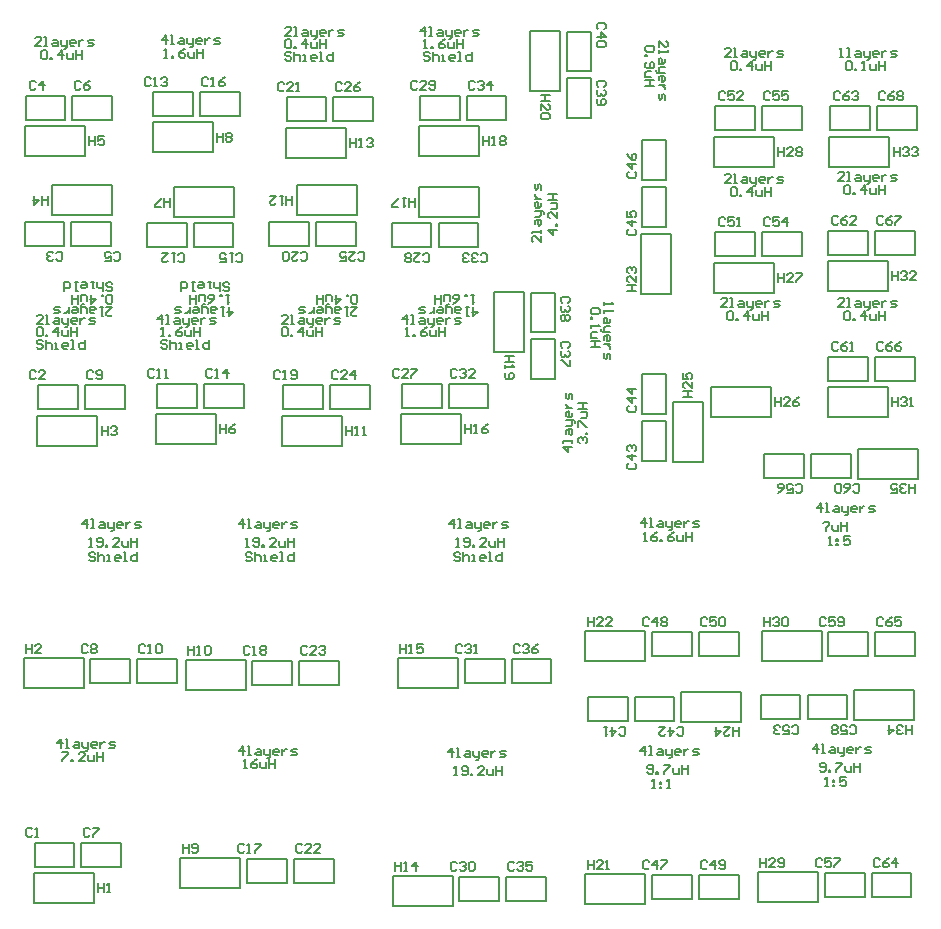
<source format=gto>
%FSLAX24Y24*%
%MOIN*%
G70*
G01*
G75*
G04 Layer_Color=65535*
%ADD10R,0.0520X0.0385*%
%ADD11R,0.0385X0.0520*%
%ADD12C,0.0070*%
%ADD13C,0.0060*%
%ADD14C,0.0060*%
%ADD15C,0.0591*%
%ADD16C,0.0250*%
%ADD17C,0.0250*%
%ADD18C,0.0200*%
%ADD19C,0.0080*%
%ADD20C,0.0079*%
%ADD21C,0.0050*%
D19*
X16910Y21025D02*
X17710D01*
Y19700D02*
Y21025D01*
X16910Y19700D02*
Y21025D01*
Y19700D02*
X17710D01*
X16910Y19465D02*
X17710D01*
Y18140D02*
Y19465D01*
X16910Y18140D02*
Y19465D01*
Y18140D02*
X17710D01*
X26025Y14850D02*
Y15650D01*
X24700Y14850D02*
X26025D01*
X24700Y15650D02*
X26025D01*
X24700Y14850D02*
Y15650D01*
X27585Y14850D02*
Y15650D01*
X26260Y14850D02*
X27585D01*
X26260Y15650D02*
X27585D01*
X26260Y14850D02*
Y15650D01*
X26835Y8910D02*
Y9710D01*
X28160D01*
X26835Y8910D02*
X28160D01*
Y9710D01*
X28395Y8910D02*
Y9710D01*
X29720D01*
X28395Y8910D02*
X29720D01*
Y9710D01*
X26835Y18090D02*
Y18890D01*
X28160D01*
X26835Y18090D02*
X28160D01*
Y18890D01*
X28395Y18090D02*
Y18890D01*
X29720D01*
X28395Y18090D02*
X29720D01*
Y18890D01*
X28395Y22290D02*
Y23090D01*
X29720D01*
X28395Y22290D02*
X29720D01*
Y23090D01*
X26835Y22290D02*
Y23090D01*
X28160D01*
X26835Y22290D02*
X28160D01*
Y23090D01*
X28455Y26430D02*
Y27230D01*
X29780D01*
X28455Y26430D02*
X29780D01*
Y27230D01*
X26895Y26430D02*
Y27230D01*
X28220D01*
X26895Y26430D02*
X28220D01*
Y27230D01*
X28275Y870D02*
Y1670D01*
X29600D01*
X28275Y870D02*
X29600D01*
Y1670D01*
X26715Y870D02*
Y1670D01*
X28040D01*
X26715Y870D02*
X28040D01*
Y1670D01*
X27465Y6810D02*
Y7610D01*
X26140Y6810D02*
X27465D01*
X26140Y7610D02*
X27465D01*
X26140Y6810D02*
Y7610D01*
X25905Y6810D02*
Y7610D01*
X24580Y6810D02*
X25905D01*
X24580Y7610D02*
X25905D01*
X24580Y6810D02*
Y7610D01*
X23055Y22230D02*
Y23030D01*
X24380D01*
X23055Y22230D02*
X24380D01*
Y23030D01*
X24615Y22230D02*
Y23030D01*
X25940D01*
X24615Y22230D02*
X25940D01*
Y23030D01*
X24615Y26430D02*
Y27230D01*
X25940D01*
X24615Y26430D02*
X25940D01*
Y27230D01*
X23055Y26430D02*
Y27230D01*
X24380D01*
X23055Y26430D02*
X24380D01*
Y27230D01*
X20145Y6750D02*
Y7550D01*
X18820Y6750D02*
X20145D01*
X18820Y7550D02*
X20145D01*
X18820Y6750D02*
Y7550D01*
X21705Y6750D02*
Y7550D01*
X20380Y6750D02*
X21705D01*
X20380Y7550D02*
X21705D01*
X20380Y6750D02*
Y7550D01*
X20955Y810D02*
Y1610D01*
X22280D01*
X20955Y810D02*
X22280D01*
Y1610D01*
X22515Y810D02*
Y1610D01*
X23840D01*
X22515Y810D02*
X23840D01*
Y1610D01*
X1935Y1890D02*
Y2690D01*
X3260D01*
X1935Y1890D02*
X3260D01*
Y2690D01*
X375Y1890D02*
Y2690D01*
X1700D01*
X375Y1890D02*
X1700D01*
Y2690D01*
X16095Y750D02*
Y1550D01*
X17420D01*
X16095Y750D02*
X17420D01*
Y1550D01*
X14535Y750D02*
Y1550D01*
X15860D01*
X14535Y750D02*
X15860D01*
Y1550D01*
X9015Y1350D02*
Y2150D01*
X10340D01*
X9015Y1350D02*
X10340D01*
Y2150D01*
X7455Y1350D02*
Y2150D01*
X8780D01*
X7455Y1350D02*
X8780D01*
Y2150D01*
X16275Y8010D02*
Y8810D01*
X17600D01*
X16275Y8010D02*
X17600D01*
Y8810D01*
X14715Y8010D02*
Y8810D01*
X16040D01*
X14715Y8010D02*
X16040D01*
Y8810D01*
X9195Y7950D02*
Y8750D01*
X10520D01*
X9195Y7950D02*
X10520D01*
Y8750D01*
X7635Y7950D02*
Y8750D01*
X8960D01*
X7635Y7950D02*
X8960D01*
Y8750D01*
X3795Y8010D02*
Y8810D01*
X5120D01*
X3795Y8010D02*
X5120D01*
Y8810D01*
X2235Y8010D02*
Y8810D01*
X3560D01*
X2235Y8010D02*
X3560D01*
Y8810D01*
X20630Y15415D02*
X21430D01*
X20630D02*
Y16740D01*
X21430Y15415D02*
Y16740D01*
X20630D02*
X21430D01*
X20630Y16975D02*
X21430D01*
X20630D02*
Y18300D01*
X21430Y16975D02*
Y18300D01*
X20630D02*
X21430D01*
X18110Y29725D02*
X18910D01*
Y28400D02*
Y29725D01*
X18110Y28400D02*
Y29725D01*
Y28400D02*
X18910D01*
X18110Y28165D02*
X18910D01*
Y26840D02*
Y28165D01*
X18110Y26840D02*
Y28165D01*
Y26840D02*
X18910D01*
X22515Y8910D02*
Y9710D01*
X23840D01*
X22515Y8910D02*
X23840D01*
Y9710D01*
X20955Y8910D02*
Y9710D01*
X22280D01*
X20955Y8910D02*
X22280D01*
Y9710D01*
X20630Y23215D02*
X21430D01*
X20630D02*
Y24540D01*
X21430Y23215D02*
Y24540D01*
X20630D02*
X21430D01*
X20630Y24775D02*
X21430D01*
X20630D02*
Y26100D01*
X21430Y24775D02*
Y26100D01*
X20630D02*
X21430D01*
X14175Y17190D02*
Y17990D01*
X15500D01*
X14175Y17190D02*
X15500D01*
Y17990D01*
X10215Y17130D02*
Y17930D01*
X11540D01*
X10215Y17130D02*
X11540D01*
Y17930D01*
X8655Y17130D02*
Y17930D01*
X9980D01*
X8655Y17130D02*
X9980D01*
Y17930D01*
X12615Y17190D02*
Y17990D01*
X13940D01*
X12615Y17190D02*
X13940D01*
Y17990D01*
X9525Y22590D02*
Y23390D01*
X8200Y22590D02*
X9525D01*
X8200Y23390D02*
X9525D01*
X8200Y22590D02*
Y23390D01*
X11085Y22590D02*
Y23390D01*
X9760Y22590D02*
X11085D01*
X9760Y23390D02*
X11085D01*
X9760Y22590D02*
Y23390D01*
X15165Y22530D02*
Y23330D01*
X13840Y22530D02*
X15165D01*
X13840Y23330D02*
X15165D01*
X13840Y22530D02*
Y23330D01*
X13605Y22530D02*
Y23330D01*
X12280Y22530D02*
X13605D01*
X12280Y23330D02*
X13605D01*
X12280Y22530D02*
Y23330D01*
X5445Y22530D02*
Y23330D01*
X4120Y22530D02*
X5445D01*
X4120Y23330D02*
X5445D01*
X4120Y22530D02*
Y23330D01*
X7005Y22530D02*
Y23330D01*
X5680Y22530D02*
X7005D01*
X5680Y23330D02*
X7005D01*
X5680Y22530D02*
Y23330D01*
X2925Y22590D02*
Y23390D01*
X1600Y22590D02*
X2925D01*
X1600Y23390D02*
X2925D01*
X1600Y22590D02*
Y23390D01*
X1365Y22590D02*
Y23390D01*
X40Y22590D02*
X1365D01*
X40Y23390D02*
X1365D01*
X40Y22590D02*
Y23390D01*
X6015Y17190D02*
Y17990D01*
X7340D01*
X6015Y17190D02*
X7340D01*
Y17990D01*
X4455Y17190D02*
Y17990D01*
X5780D01*
X4455Y17190D02*
X5780D01*
Y17990D01*
X495Y17130D02*
Y17930D01*
X1820D01*
X495Y17130D02*
X1820D01*
Y17930D01*
X2055Y17130D02*
Y17930D01*
X3380D01*
X2055Y17130D02*
X3380D01*
Y17930D01*
X10335Y26730D02*
Y27530D01*
X11660D01*
X10335Y26730D02*
X11660D01*
Y27530D01*
X8775Y26730D02*
Y27530D01*
X10100D01*
X8775Y26730D02*
X10100D01*
Y27530D01*
X13215Y26790D02*
Y27590D01*
X14540D01*
X13215Y26790D02*
X14540D01*
Y27590D01*
X14775Y26790D02*
Y27590D01*
X16100D01*
X14775Y26790D02*
X16100D01*
Y27590D01*
X5895Y26910D02*
Y27710D01*
X7220D01*
X5895Y26910D02*
X7220D01*
Y27710D01*
X4335Y26910D02*
Y27710D01*
X5660D01*
X4335Y26910D02*
X5660D01*
Y27710D01*
X75Y26790D02*
Y27590D01*
X1400D01*
X75Y26790D02*
X1400D01*
Y27590D01*
X1635Y26790D02*
Y27590D01*
X2960D01*
X1635Y26790D02*
X2960D01*
Y27590D01*
D20*
X16700Y19050D02*
Y21050D01*
X15700D02*
X16700D01*
X15700Y19050D02*
Y21050D01*
Y19050D02*
X16700D01*
X27810Y14810D02*
X29810D01*
Y15810D01*
X27810D02*
X29810D01*
X27810Y14810D02*
Y15810D01*
X24610Y9750D02*
X26610D01*
X24610Y8750D02*
Y9750D01*
Y8750D02*
X26610D01*
Y9750D01*
X22910Y17880D02*
X24910D01*
X22910Y16880D02*
Y17880D01*
Y16880D02*
X24910D01*
Y17880D01*
X26810D02*
X28810D01*
X26810Y16880D02*
Y17880D01*
Y16880D02*
X28810D01*
Y17880D01*
X26810Y22080D02*
X28810D01*
X26810Y21080D02*
Y22080D01*
Y21080D02*
X28810D01*
Y22080D01*
X26870Y26220D02*
X28870D01*
X26870Y25220D02*
Y26220D01*
Y25220D02*
X28870D01*
Y26220D01*
X24490Y1710D02*
X26490D01*
X24490Y710D02*
Y1710D01*
Y710D02*
X26490D01*
Y1710D01*
X27690Y6770D02*
X29690D01*
Y7770D01*
X27690D02*
X29690D01*
X27690Y6770D02*
Y7770D01*
X23030Y22020D02*
X25030D01*
X23030Y21020D02*
Y22020D01*
Y21020D02*
X25030D01*
Y22020D01*
X23030Y26220D02*
X25030D01*
X23030Y25220D02*
Y26220D01*
Y25220D02*
X25030D01*
Y26220D01*
X21930Y6710D02*
X23930D01*
Y7710D01*
X21930D02*
X23930D01*
X21930Y6710D02*
Y7710D01*
X18730Y1650D02*
X20730D01*
X18730Y650D02*
Y1650D01*
Y650D02*
X20730D01*
Y1650D01*
X350Y1680D02*
X2350D01*
X350Y680D02*
Y1680D01*
Y680D02*
X2350D01*
Y1680D01*
X12310Y1590D02*
X14310D01*
X12310Y590D02*
Y1590D01*
Y590D02*
X14310D01*
Y1590D01*
X5230Y2190D02*
X7230D01*
X5230Y1190D02*
Y2190D01*
Y1190D02*
X7230D01*
Y2190D01*
X12490Y8850D02*
X14490D01*
X12490Y7850D02*
Y8850D01*
Y7850D02*
X14490D01*
Y8850D01*
X5410Y8790D02*
X7410D01*
X5410Y7790D02*
Y8790D01*
Y7790D02*
X7410D01*
Y8790D01*
X10Y8850D02*
X2010D01*
X10Y7850D02*
Y8850D01*
Y7850D02*
X2010D01*
Y8850D01*
X21640Y15390D02*
Y17390D01*
Y15390D02*
X22640D01*
Y17390D01*
X21640D02*
X22640D01*
X17900Y27750D02*
Y29750D01*
X16900D02*
X17900D01*
X16900Y27750D02*
Y29750D01*
Y27750D02*
X17900D01*
X18730Y9750D02*
X20730D01*
X18730Y8750D02*
Y9750D01*
Y8750D02*
X20730D01*
Y9750D01*
X20590Y20990D02*
Y22990D01*
Y20990D02*
X21590D01*
Y22990D01*
X20590D02*
X21590D01*
X8630Y16920D02*
X10630D01*
X8630Y15920D02*
Y16920D01*
Y15920D02*
X10630D01*
Y16920D01*
X12590Y16980D02*
X14590D01*
X12590Y15980D02*
Y16980D01*
Y15980D02*
X14590D01*
Y16980D01*
X9110Y23600D02*
X11110D01*
Y24600D01*
X9110D02*
X11110D01*
X9110Y23600D02*
Y24600D01*
X13190Y23540D02*
X15190D01*
Y24540D01*
X13190D02*
X15190D01*
X13190Y23540D02*
Y24540D01*
X5030Y23540D02*
X7030D01*
Y24540D01*
X5030D02*
X7030D01*
X5030Y23540D02*
Y24540D01*
X950Y23600D02*
X2950D01*
Y24600D01*
X950D02*
X2950D01*
X950Y23600D02*
Y24600D01*
X4430Y16980D02*
X6430D01*
X4430Y15980D02*
Y16980D01*
Y15980D02*
X6430D01*
Y16980D01*
X470Y16920D02*
X2470D01*
X470Y15920D02*
Y16920D01*
Y15920D02*
X2470D01*
Y16920D01*
X8750Y26520D02*
X10750D01*
X8750Y25520D02*
Y26520D01*
Y25520D02*
X10750D01*
Y26520D01*
X13190Y26580D02*
X15190D01*
X13190Y25580D02*
Y26580D01*
Y25580D02*
X15190D01*
Y26580D01*
X4310Y26700D02*
X6310D01*
X4310Y25700D02*
Y26700D01*
Y25700D02*
X6310D01*
Y26700D01*
X50Y26580D02*
X2050D01*
X50Y25580D02*
Y26580D01*
Y25580D02*
X2050D01*
Y26580D01*
D21*
X18160Y20690D02*
X18210Y20740D01*
Y20840D01*
X18160Y20890D01*
X17960D01*
X17910Y20840D01*
Y20740D01*
X17960Y20690D01*
X18160Y20590D02*
X18210Y20540D01*
Y20440D01*
X18160Y20390D01*
X18110D01*
X18060Y20440D01*
Y20490D01*
Y20440D01*
X18010Y20390D01*
X17960D01*
X17910Y20440D01*
Y20540D01*
X17960Y20590D01*
X18160Y20290D02*
X18210Y20240D01*
Y20140D01*
X18160Y20090D01*
X18110D01*
X18060Y20140D01*
X18010Y20090D01*
X17960D01*
X17910Y20140D01*
Y20240D01*
X17960Y20290D01*
X18010D01*
X18060Y20240D01*
X18110Y20290D01*
X18160D01*
X18060Y20240D02*
Y20140D01*
X18160Y19190D02*
X18210Y19240D01*
Y19340D01*
X18160Y19390D01*
X17960D01*
X17910Y19340D01*
Y19240D01*
X17960Y19190D01*
X18160Y19090D02*
X18210Y19040D01*
Y18940D01*
X18160Y18890D01*
X18110D01*
X18060Y18940D01*
Y18990D01*
Y18940D01*
X18010Y18890D01*
X17960D01*
X17910Y18940D01*
Y19040D01*
X17960Y19090D01*
X18210Y18790D02*
Y18590D01*
X18160D01*
X17960Y18790D01*
X17910D01*
X16350Y18910D02*
X16050D01*
X16200D01*
Y18710D01*
X16350D01*
X16050D01*
Y18610D02*
Y18510D01*
Y18560D01*
X16350D01*
X16300Y18610D01*
X16100Y18360D02*
X16050Y18310D01*
Y18210D01*
X16100Y18160D01*
X16300D01*
X16350Y18210D01*
Y18310D01*
X16300Y18360D01*
X16250D01*
X16200Y18310D01*
Y18160D01*
X19370Y20700D02*
Y20600D01*
Y20650D01*
X19670D01*
X19620Y20700D01*
X19370Y20450D02*
Y20350D01*
Y20400D01*
X19670D01*
Y20450D01*
X19570Y20150D02*
Y20050D01*
X19520Y20000D01*
X19370D01*
Y20150D01*
X19420Y20200D01*
X19470Y20150D01*
Y20000D01*
X19570Y19900D02*
X19420D01*
X19370Y19850D01*
Y19700D01*
X19320D01*
X19270Y19750D01*
Y19800D01*
X19370Y19700D02*
X19570D01*
X19370Y19450D02*
Y19550D01*
X19420Y19600D01*
X19520D01*
X19570Y19550D01*
Y19450D01*
X19520Y19400D01*
X19470D01*
Y19600D01*
X19570Y19300D02*
X19370D01*
X19470D01*
X19520Y19250D01*
X19570Y19200D01*
Y19151D01*
X19370Y19001D02*
Y18851D01*
X19420Y18801D01*
X19470Y18851D01*
Y18951D01*
X19520Y19001D01*
X19570Y18951D01*
Y18801D01*
X19170Y20500D02*
X19220Y20450D01*
Y20350D01*
X19170Y20300D01*
X18970D01*
X18920Y20350D01*
Y20450D01*
X18970Y20500D01*
X19170D01*
X18920Y20200D02*
X18970D01*
Y20150D01*
X18920D01*
Y20200D01*
Y19950D02*
Y19850D01*
Y19900D01*
X19220D01*
X19170Y19950D01*
X19120Y19700D02*
X18970D01*
X18920Y19650D01*
Y19500D01*
X19120D01*
X19220Y19400D02*
X18920D01*
X19070D01*
Y19200D01*
X19220D01*
X18920D01*
X29730Y14350D02*
Y14650D01*
Y14500D01*
X29530D01*
Y14350D01*
Y14650D01*
X29430Y14400D02*
X29380Y14350D01*
X29280D01*
X29230Y14400D01*
Y14450D01*
X29280Y14500D01*
X29330D01*
X29280D01*
X29230Y14550D01*
Y14600D01*
X29280Y14650D01*
X29380D01*
X29430Y14600D01*
X28930Y14350D02*
X29130D01*
Y14500D01*
X29030Y14450D01*
X28980D01*
X28930Y14500D01*
Y14600D01*
X28980Y14650D01*
X29080D01*
X29130Y14600D01*
X25750Y14400D02*
X25800Y14350D01*
X25900D01*
X25950Y14400D01*
Y14600D01*
X25900Y14650D01*
X25800D01*
X25750Y14600D01*
X25450Y14350D02*
X25650D01*
Y14500D01*
X25550Y14450D01*
X25500D01*
X25450Y14500D01*
Y14600D01*
X25500Y14650D01*
X25600D01*
X25650Y14600D01*
X25150Y14350D02*
X25250Y14400D01*
X25350Y14500D01*
Y14600D01*
X25300Y14650D01*
X25200D01*
X25150Y14600D01*
Y14550D01*
X25200Y14500D01*
X25350D01*
X27670Y14400D02*
X27720Y14350D01*
X27820D01*
X27870Y14400D01*
Y14600D01*
X27820Y14650D01*
X27720D01*
X27670Y14600D01*
X27370Y14350D02*
X27470Y14400D01*
X27570Y14500D01*
Y14600D01*
X27520Y14650D01*
X27420D01*
X27370Y14600D01*
Y14550D01*
X27420Y14500D01*
X27570D01*
X27270Y14400D02*
X27220Y14350D01*
X27120D01*
X27070Y14400D01*
Y14600D01*
X27120Y14650D01*
X27220D01*
X27270Y14600D01*
Y14400D01*
X26750Y10160D02*
X26700Y10210D01*
X26600D01*
X26550Y10160D01*
Y9960D01*
X26600Y9910D01*
X26700D01*
X26750Y9960D01*
X27050Y10210D02*
X26850D01*
Y10060D01*
X26950Y10110D01*
X27000D01*
X27050Y10060D01*
Y9960D01*
X27000Y9910D01*
X26900D01*
X26850Y9960D01*
X27150D02*
X27200Y9910D01*
X27300D01*
X27350Y9960D01*
Y10160D01*
X27300Y10210D01*
X27200D01*
X27150Y10160D01*
Y10110D01*
X27200Y10060D01*
X27350D01*
X28670Y10160D02*
X28620Y10210D01*
X28520D01*
X28470Y10160D01*
Y9960D01*
X28520Y9910D01*
X28620D01*
X28670Y9960D01*
X28970Y10210D02*
X28870Y10160D01*
X28770Y10060D01*
Y9960D01*
X28820Y9910D01*
X28920D01*
X28970Y9960D01*
Y10010D01*
X28920Y10060D01*
X28770D01*
X29270Y10210D02*
X29070D01*
Y10060D01*
X29170Y10110D01*
X29220D01*
X29270Y10060D01*
Y9960D01*
X29220Y9910D01*
X29120D01*
X29070Y9960D01*
X24690Y10210D02*
Y9910D01*
Y10060D01*
X24890D01*
Y10210D01*
Y9910D01*
X24990Y10160D02*
X25040Y10210D01*
X25140D01*
X25190Y10160D01*
Y10110D01*
X25140Y10060D01*
X25090D01*
X25140D01*
X25190Y10010D01*
Y9960D01*
X25140Y9910D01*
X25040D01*
X24990Y9960D01*
X25290Y10160D02*
X25340Y10210D01*
X25440D01*
X25490Y10160D01*
Y9960D01*
X25440Y9910D01*
X25340D01*
X25290Y9960D01*
Y10160D01*
X26850Y12610D02*
X26950D01*
X26900D01*
Y12910D01*
X26850Y12860D01*
X27100Y12810D02*
X27150D01*
Y12760D01*
X27100D01*
Y12810D01*
Y12660D02*
X27150D01*
Y12610D01*
X27100D01*
Y12660D01*
X27550Y12910D02*
X27350D01*
Y12760D01*
X27450Y12810D01*
X27500D01*
X27550Y12760D01*
Y12660D01*
X27500Y12610D01*
X27400D01*
X27350Y12660D01*
X26590Y13710D02*
Y14010D01*
X26440Y13860D01*
X26640D01*
X26740Y13710D02*
X26840D01*
X26790D01*
Y14010D01*
X26740D01*
X27040Y13910D02*
X27140D01*
X27190Y13860D01*
Y13710D01*
X27040D01*
X26990Y13760D01*
X27040Y13810D01*
X27190D01*
X27290Y13910D02*
Y13760D01*
X27340Y13710D01*
X27490D01*
Y13660D01*
X27440Y13610D01*
X27390D01*
X27490Y13710D02*
Y13910D01*
X27740Y13710D02*
X27640D01*
X27590Y13760D01*
Y13860D01*
X27640Y13910D01*
X27740D01*
X27790Y13860D01*
Y13810D01*
X27590D01*
X27890Y13910D02*
Y13710D01*
Y13810D01*
X27940Y13860D01*
X27989Y13910D01*
X28039D01*
X28189Y13710D02*
X28339D01*
X28389Y13760D01*
X28339Y13810D01*
X28239D01*
X28189Y13860D01*
X28239Y13910D01*
X28389D01*
X26670Y13340D02*
X26720Y13390D01*
X26820D01*
X26870Y13340D01*
Y13290D01*
X26770Y13190D01*
Y13140D02*
Y13090D01*
X26970Y13290D02*
Y13140D01*
X27020Y13090D01*
X27170D01*
Y13290D01*
X27270Y13390D02*
Y13090D01*
Y13240D01*
X27470D01*
Y13390D01*
Y13090D01*
X25050Y17530D02*
Y17230D01*
Y17380D01*
X25250D01*
Y17530D01*
Y17230D01*
X25550D02*
X25350D01*
X25550Y17430D01*
Y17480D01*
X25500Y17530D01*
X25400D01*
X25350Y17480D01*
X25850Y17530D02*
X25750Y17480D01*
X25650Y17380D01*
Y17280D01*
X25700Y17230D01*
X25800D01*
X25850Y17280D01*
Y17330D01*
X25800Y17380D01*
X25650D01*
X23460Y20550D02*
X23260D01*
X23460Y20750D01*
Y20800D01*
X23410Y20850D01*
X23310D01*
X23260Y20800D01*
X23560Y20550D02*
X23660D01*
X23610D01*
Y20850D01*
X23560D01*
X23860Y20750D02*
X23960D01*
X24010Y20700D01*
Y20550D01*
X23860D01*
X23810Y20600D01*
X23860Y20650D01*
X24010D01*
X24110Y20750D02*
Y20600D01*
X24160Y20550D01*
X24310D01*
Y20500D01*
X24260Y20450D01*
X24210D01*
X24310Y20550D02*
Y20750D01*
X24560Y20550D02*
X24460D01*
X24410Y20600D01*
Y20700D01*
X24460Y20750D01*
X24560D01*
X24610Y20700D01*
Y20650D01*
X24410D01*
X24710Y20750D02*
Y20550D01*
Y20650D01*
X24760Y20700D01*
X24810Y20750D01*
X24859D01*
X25009Y20550D02*
X25159D01*
X25209Y20600D01*
X25159Y20650D01*
X25059D01*
X25009Y20700D01*
X25059Y20750D01*
X25209D01*
X23460Y20350D02*
X23510Y20400D01*
X23610D01*
X23660Y20350D01*
Y20150D01*
X23610Y20100D01*
X23510D01*
X23460Y20150D01*
Y20350D01*
X23760Y20100D02*
Y20150D01*
X23810D01*
Y20100D01*
X23760D01*
X24160D02*
Y20400D01*
X24010Y20250D01*
X24210D01*
X24310Y20300D02*
Y20150D01*
X24360Y20100D01*
X24510D01*
Y20300D01*
X24610Y20400D02*
Y20100D01*
Y20250D01*
X24810D01*
Y20400D01*
Y20100D01*
X27170Y19340D02*
X27120Y19390D01*
X27020D01*
X26970Y19340D01*
Y19140D01*
X27020Y19090D01*
X27120D01*
X27170Y19140D01*
X27470Y19390D02*
X27370Y19340D01*
X27270Y19240D01*
Y19140D01*
X27320Y19090D01*
X27420D01*
X27470Y19140D01*
Y19190D01*
X27420Y19240D01*
X27270D01*
X27570Y19090D02*
X27670D01*
X27620D01*
Y19390D01*
X27570Y19340D01*
X28670D02*
X28620Y19390D01*
X28520D01*
X28470Y19340D01*
Y19140D01*
X28520Y19090D01*
X28620D01*
X28670Y19140D01*
X28970Y19390D02*
X28870Y19340D01*
X28770Y19240D01*
Y19140D01*
X28820Y19090D01*
X28920D01*
X28970Y19140D01*
Y19190D01*
X28920Y19240D01*
X28770D01*
X29270Y19390D02*
X29170Y19340D01*
X29070Y19240D01*
Y19140D01*
X29120Y19090D01*
X29220D01*
X29270Y19140D01*
Y19190D01*
X29220Y19240D01*
X29070D01*
X28950Y17530D02*
Y17230D01*
Y17380D01*
X29150D01*
Y17530D01*
Y17230D01*
X29250Y17480D02*
X29300Y17530D01*
X29400D01*
X29450Y17480D01*
Y17430D01*
X29400Y17380D01*
X29350D01*
X29400D01*
X29450Y17330D01*
Y17280D01*
X29400Y17230D01*
X29300D01*
X29250Y17280D01*
X29550Y17230D02*
X29650D01*
X29600D01*
Y17530D01*
X29550Y17480D01*
X27360Y20550D02*
X27160D01*
X27360Y20750D01*
Y20800D01*
X27310Y20850D01*
X27210D01*
X27160Y20800D01*
X27460Y20550D02*
X27560D01*
X27510D01*
Y20850D01*
X27460D01*
X27760Y20750D02*
X27860D01*
X27910Y20700D01*
Y20550D01*
X27760D01*
X27710Y20600D01*
X27760Y20650D01*
X27910D01*
X28010Y20750D02*
Y20600D01*
X28060Y20550D01*
X28210D01*
Y20500D01*
X28160Y20450D01*
X28110D01*
X28210Y20550D02*
Y20750D01*
X28460Y20550D02*
X28360D01*
X28310Y20600D01*
Y20700D01*
X28360Y20750D01*
X28460D01*
X28510Y20700D01*
Y20650D01*
X28310D01*
X28610Y20750D02*
Y20550D01*
Y20650D01*
X28660Y20700D01*
X28709Y20750D01*
X28759D01*
X28909Y20550D02*
X29059D01*
X29109Y20600D01*
X29059Y20650D01*
X28959D01*
X28909Y20700D01*
X28959Y20750D01*
X29109D01*
X27360Y20350D02*
X27410Y20400D01*
X27510D01*
X27560Y20350D01*
Y20150D01*
X27510Y20100D01*
X27410D01*
X27360Y20150D01*
Y20350D01*
X27660Y20100D02*
Y20150D01*
X27710D01*
Y20100D01*
X27660D01*
X28060D02*
Y20400D01*
X27910Y20250D01*
X28110D01*
X28210Y20300D02*
Y20150D01*
X28260Y20100D01*
X28410D01*
Y20300D01*
X28510Y20400D02*
Y20100D01*
Y20250D01*
X28710D01*
Y20400D01*
Y20100D01*
X28950Y21730D02*
Y21430D01*
Y21580D01*
X29150D01*
Y21730D01*
Y21430D01*
X29250Y21680D02*
X29300Y21730D01*
X29400D01*
X29450Y21680D01*
Y21630D01*
X29400Y21580D01*
X29350D01*
X29400D01*
X29450Y21530D01*
Y21480D01*
X29400Y21430D01*
X29300D01*
X29250Y21480D01*
X29750Y21430D02*
X29550D01*
X29750Y21630D01*
Y21680D01*
X29700Y21730D01*
X29600D01*
X29550Y21680D01*
X28670Y23540D02*
X28620Y23590D01*
X28520D01*
X28470Y23540D01*
Y23340D01*
X28520Y23290D01*
X28620D01*
X28670Y23340D01*
X28970Y23590D02*
X28870Y23540D01*
X28770Y23440D01*
Y23340D01*
X28820Y23290D01*
X28920D01*
X28970Y23340D01*
Y23390D01*
X28920Y23440D01*
X28770D01*
X29070Y23590D02*
X29270D01*
Y23540D01*
X29070Y23340D01*
Y23290D01*
X27170Y23540D02*
X27120Y23590D01*
X27020D01*
X26970Y23540D01*
Y23340D01*
X27020Y23290D01*
X27120D01*
X27170Y23340D01*
X27470Y23590D02*
X27370Y23540D01*
X27270Y23440D01*
Y23340D01*
X27320Y23290D01*
X27420D01*
X27470Y23340D01*
Y23390D01*
X27420Y23440D01*
X27270D01*
X27770Y23290D02*
X27570D01*
X27770Y23490D01*
Y23540D01*
X27720Y23590D01*
X27620D01*
X27570Y23540D01*
X27360Y24550D02*
X27410Y24600D01*
X27510D01*
X27560Y24550D01*
Y24350D01*
X27510Y24300D01*
X27410D01*
X27360Y24350D01*
Y24550D01*
X27660Y24300D02*
Y24350D01*
X27710D01*
Y24300D01*
X27660D01*
X28060D02*
Y24600D01*
X27910Y24450D01*
X28110D01*
X28210Y24500D02*
Y24350D01*
X28260Y24300D01*
X28410D01*
Y24500D01*
X28510Y24600D02*
Y24300D01*
Y24450D01*
X28710D01*
Y24600D01*
Y24300D01*
X27360Y24750D02*
X27160D01*
X27360Y24950D01*
Y25000D01*
X27310Y25050D01*
X27210D01*
X27160Y25000D01*
X27460Y24750D02*
X27560D01*
X27510D01*
Y25050D01*
X27460D01*
X27760Y24950D02*
X27860D01*
X27910Y24900D01*
Y24750D01*
X27760D01*
X27710Y24800D01*
X27760Y24850D01*
X27910D01*
X28010Y24950D02*
Y24800D01*
X28060Y24750D01*
X28210D01*
Y24700D01*
X28160Y24650D01*
X28110D01*
X28210Y24750D02*
Y24950D01*
X28460Y24750D02*
X28360D01*
X28310Y24800D01*
Y24900D01*
X28360Y24950D01*
X28460D01*
X28510Y24900D01*
Y24850D01*
X28310D01*
X28610Y24950D02*
Y24750D01*
Y24850D01*
X28660Y24900D01*
X28709Y24950D01*
X28759D01*
X28909Y24750D02*
X29059D01*
X29109Y24800D01*
X29059Y24850D01*
X28959D01*
X28909Y24900D01*
X28959Y24950D01*
X29109D01*
X29010Y25870D02*
Y25570D01*
Y25720D01*
X29210D01*
Y25870D01*
Y25570D01*
X29310Y25820D02*
X29360Y25870D01*
X29460D01*
X29510Y25820D01*
Y25770D01*
X29460Y25720D01*
X29410D01*
X29460D01*
X29510Y25670D01*
Y25620D01*
X29460Y25570D01*
X29360D01*
X29310Y25620D01*
X29610Y25820D02*
X29660Y25870D01*
X29760D01*
X29810Y25820D01*
Y25770D01*
X29760Y25720D01*
X29710D01*
X29760D01*
X29810Y25670D01*
Y25620D01*
X29760Y25570D01*
X29660D01*
X29610Y25620D01*
X28730Y27680D02*
X28680Y27730D01*
X28580D01*
X28530Y27680D01*
Y27480D01*
X28580Y27430D01*
X28680D01*
X28730Y27480D01*
X29030Y27730D02*
X28930Y27680D01*
X28830Y27580D01*
Y27480D01*
X28880Y27430D01*
X28980D01*
X29030Y27480D01*
Y27530D01*
X28980Y27580D01*
X28830D01*
X29130Y27680D02*
X29180Y27730D01*
X29280D01*
X29330Y27680D01*
Y27630D01*
X29280Y27580D01*
X29330Y27530D01*
Y27480D01*
X29280Y27430D01*
X29180D01*
X29130Y27480D01*
Y27530D01*
X29180Y27580D01*
X29130Y27630D01*
Y27680D01*
X29180Y27580D02*
X29280D01*
X27230Y27680D02*
X27180Y27730D01*
X27080D01*
X27030Y27680D01*
Y27480D01*
X27080Y27430D01*
X27180D01*
X27230Y27480D01*
X27530Y27730D02*
X27430Y27680D01*
X27330Y27580D01*
Y27480D01*
X27380Y27430D01*
X27480D01*
X27530Y27480D01*
Y27530D01*
X27480Y27580D01*
X27330D01*
X27630Y27680D02*
X27680Y27730D01*
X27780D01*
X27830Y27680D01*
Y27630D01*
X27780Y27580D01*
X27730D01*
X27780D01*
X27830Y27530D01*
Y27480D01*
X27780Y27430D01*
X27680D01*
X27630Y27480D01*
X27420Y28690D02*
X27470Y28740D01*
X27570D01*
X27620Y28690D01*
Y28490D01*
X27570Y28440D01*
X27470D01*
X27420Y28490D01*
Y28690D01*
X27720Y28440D02*
Y28490D01*
X27770D01*
Y28440D01*
X27720D01*
X27970D02*
X28070D01*
X28020D01*
Y28740D01*
X27970Y28690D01*
X28220Y28640D02*
Y28490D01*
X28270Y28440D01*
X28420D01*
Y28640D01*
X28520Y28740D02*
Y28440D01*
Y28590D01*
X28720D01*
Y28740D01*
Y28440D01*
X27220Y28890D02*
X27320D01*
X27270D01*
Y29190D01*
X27220Y29140D01*
X27470Y28890D02*
X27570D01*
X27520D01*
Y29190D01*
X27470D01*
X27770Y29090D02*
X27870D01*
X27920Y29040D01*
Y28890D01*
X27770D01*
X27720Y28940D01*
X27770Y28990D01*
X27920D01*
X28020Y29090D02*
Y28940D01*
X28070Y28890D01*
X28220D01*
Y28840D01*
X28170Y28790D01*
X28120D01*
X28220Y28890D02*
Y29090D01*
X28470Y28890D02*
X28370D01*
X28320Y28940D01*
Y29040D01*
X28370Y29090D01*
X28470D01*
X28520Y29040D01*
Y28990D01*
X28320D01*
X28620Y29090D02*
Y28890D01*
Y28990D01*
X28670Y29040D01*
X28720Y29090D01*
X28770D01*
X28919Y28890D02*
X29069D01*
X29119Y28940D01*
X29069Y28990D01*
X28969D01*
X28919Y29040D01*
X28969Y29090D01*
X29119D01*
X24570Y2170D02*
Y1870D01*
Y2020D01*
X24770D01*
Y2170D01*
Y1870D01*
X25070D02*
X24870D01*
X25070Y2070D01*
Y2120D01*
X25020Y2170D01*
X24920D01*
X24870Y2120D01*
X25170Y1920D02*
X25220Y1870D01*
X25320D01*
X25370Y1920D01*
Y2120D01*
X25320Y2170D01*
X25220D01*
X25170Y2120D01*
Y2070D01*
X25220Y2020D01*
X25370D01*
X28550Y2120D02*
X28500Y2170D01*
X28400D01*
X28350Y2120D01*
Y1920D01*
X28400Y1870D01*
X28500D01*
X28550Y1920D01*
X28850Y2170D02*
X28750Y2120D01*
X28650Y2020D01*
Y1920D01*
X28700Y1870D01*
X28800D01*
X28850Y1920D01*
Y1970D01*
X28800Y2020D01*
X28650D01*
X29100Y1870D02*
Y2170D01*
X28950Y2020D01*
X29150D01*
X26630Y2120D02*
X26580Y2170D01*
X26480D01*
X26430Y2120D01*
Y1920D01*
X26480Y1870D01*
X26580D01*
X26630Y1920D01*
X26930Y2170D02*
X26730D01*
Y2020D01*
X26830Y2070D01*
X26880D01*
X26930Y2020D01*
Y1920D01*
X26880Y1870D01*
X26780D01*
X26730Y1920D01*
X27030Y2170D02*
X27230D01*
Y2120D01*
X27030Y1920D01*
Y1870D01*
X27550Y6360D02*
X27600Y6310D01*
X27700D01*
X27750Y6360D01*
Y6560D01*
X27700Y6610D01*
X27600D01*
X27550Y6560D01*
X27250Y6310D02*
X27450D01*
Y6460D01*
X27350Y6410D01*
X27300D01*
X27250Y6460D01*
Y6560D01*
X27300Y6610D01*
X27400D01*
X27450Y6560D01*
X27150Y6360D02*
X27100Y6310D01*
X27000D01*
X26950Y6360D01*
Y6410D01*
X27000Y6460D01*
X26950Y6510D01*
Y6560D01*
X27000Y6610D01*
X27100D01*
X27150Y6560D01*
Y6510D01*
X27100Y6460D01*
X27150Y6410D01*
Y6360D01*
X27100Y6460D02*
X27000D01*
X25630Y6360D02*
X25680Y6310D01*
X25780D01*
X25830Y6360D01*
Y6560D01*
X25780Y6610D01*
X25680D01*
X25630Y6560D01*
X25330Y6310D02*
X25530D01*
Y6460D01*
X25430Y6410D01*
X25380D01*
X25330Y6460D01*
Y6560D01*
X25380Y6610D01*
X25480D01*
X25530Y6560D01*
X25230Y6360D02*
X25180Y6310D01*
X25080D01*
X25030Y6360D01*
Y6410D01*
X25080Y6460D01*
X25130D01*
X25080D01*
X25030Y6510D01*
Y6560D01*
X25080Y6610D01*
X25180D01*
X25230Y6560D01*
X29610Y6310D02*
Y6610D01*
Y6460D01*
X29410D01*
Y6310D01*
Y6610D01*
X29310Y6360D02*
X29260Y6310D01*
X29160D01*
X29110Y6360D01*
Y6410D01*
X29160Y6460D01*
X29210D01*
X29160D01*
X29110Y6510D01*
Y6560D01*
X29160Y6610D01*
X29260D01*
X29310Y6560D01*
X28860Y6610D02*
Y6310D01*
X29010Y6460D01*
X28810D01*
X26550Y5100D02*
X26600Y5050D01*
X26700D01*
X26750Y5100D01*
Y5300D01*
X26700Y5350D01*
X26600D01*
X26550Y5300D01*
Y5250D01*
X26600Y5200D01*
X26750D01*
X26850Y5050D02*
Y5100D01*
X26900D01*
Y5050D01*
X26850D01*
X27100Y5350D02*
X27300D01*
Y5300D01*
X27100Y5100D01*
Y5050D01*
X27400Y5250D02*
Y5100D01*
X27450Y5050D01*
X27600D01*
Y5250D01*
X27700Y5350D02*
Y5050D01*
Y5200D01*
X27900D01*
Y5350D01*
Y5050D01*
X26470Y5670D02*
Y5970D01*
X26320Y5820D01*
X26520D01*
X26620Y5670D02*
X26720D01*
X26670D01*
Y5970D01*
X26620D01*
X26920Y5870D02*
X27020D01*
X27070Y5820D01*
Y5670D01*
X26920D01*
X26870Y5720D01*
X26920Y5770D01*
X27070D01*
X27170Y5870D02*
Y5720D01*
X27220Y5670D01*
X27370D01*
Y5620D01*
X27320Y5570D01*
X27270D01*
X27370Y5670D02*
Y5870D01*
X27620Y5670D02*
X27520D01*
X27470Y5720D01*
Y5820D01*
X27520Y5870D01*
X27620D01*
X27670Y5820D01*
Y5770D01*
X27470D01*
X27770Y5870D02*
Y5670D01*
Y5770D01*
X27820Y5820D01*
X27870Y5870D01*
X27919D01*
X28069Y5670D02*
X28219D01*
X28269Y5720D01*
X28219Y5770D01*
X28119D01*
X28069Y5820D01*
X28119Y5870D01*
X28269D01*
X26730Y4570D02*
X26830D01*
X26780D01*
Y4870D01*
X26730Y4820D01*
X26980Y4770D02*
X27030D01*
Y4720D01*
X26980D01*
Y4770D01*
Y4620D02*
X27030D01*
Y4570D01*
X26980D01*
Y4620D01*
X27430Y4870D02*
X27230D01*
Y4720D01*
X27330Y4770D01*
X27380D01*
X27430Y4720D01*
Y4620D01*
X27380Y4570D01*
X27280D01*
X27230Y4620D01*
X20970Y4510D02*
X21070D01*
X21020D01*
Y4810D01*
X20970Y4760D01*
X21220Y4710D02*
X21270D01*
Y4660D01*
X21220D01*
Y4710D01*
Y4560D02*
X21270D01*
Y4510D01*
X21220D01*
Y4560D01*
X21470Y4510D02*
X21570D01*
X21520D01*
Y4810D01*
X21470Y4760D01*
X23390Y23480D02*
X23340Y23530D01*
X23240D01*
X23190Y23480D01*
Y23280D01*
X23240Y23230D01*
X23340D01*
X23390Y23280D01*
X23690Y23530D02*
X23490D01*
Y23380D01*
X23590Y23430D01*
X23640D01*
X23690Y23380D01*
Y23280D01*
X23640Y23230D01*
X23540D01*
X23490Y23280D01*
X23790Y23230D02*
X23890D01*
X23840D01*
Y23530D01*
X23790Y23480D01*
X24890D02*
X24840Y23530D01*
X24740D01*
X24690Y23480D01*
Y23280D01*
X24740Y23230D01*
X24840D01*
X24890Y23280D01*
X25190Y23530D02*
X24990D01*
Y23380D01*
X25090Y23430D01*
X25140D01*
X25190Y23380D01*
Y23280D01*
X25140Y23230D01*
X25040D01*
X24990Y23280D01*
X25440Y23230D02*
Y23530D01*
X25290Y23380D01*
X25490D01*
X25170Y21670D02*
Y21370D01*
Y21520D01*
X25370D01*
Y21670D01*
Y21370D01*
X25670D02*
X25470D01*
X25670Y21570D01*
Y21620D01*
X25620Y21670D01*
X25520D01*
X25470Y21620D01*
X25770Y21670D02*
X25970D01*
Y21620D01*
X25770Y21420D01*
Y21370D01*
X23580Y24690D02*
X23380D01*
X23580Y24890D01*
Y24940D01*
X23530Y24990D01*
X23430D01*
X23380Y24940D01*
X23680Y24690D02*
X23780D01*
X23730D01*
Y24990D01*
X23680D01*
X23980Y24890D02*
X24080D01*
X24130Y24840D01*
Y24690D01*
X23980D01*
X23930Y24740D01*
X23980Y24790D01*
X24130D01*
X24230Y24890D02*
Y24740D01*
X24280Y24690D01*
X24430D01*
Y24640D01*
X24380Y24590D01*
X24330D01*
X24430Y24690D02*
Y24890D01*
X24680Y24690D02*
X24580D01*
X24530Y24740D01*
Y24840D01*
X24580Y24890D01*
X24680D01*
X24730Y24840D01*
Y24790D01*
X24530D01*
X24830Y24890D02*
Y24690D01*
Y24790D01*
X24880Y24840D01*
X24929Y24890D01*
X24979D01*
X25129Y24690D02*
X25279D01*
X25329Y24740D01*
X25279Y24790D01*
X25179D01*
X25129Y24840D01*
X25179Y24890D01*
X25329D01*
X23580Y24490D02*
X23630Y24540D01*
X23730D01*
X23780Y24490D01*
Y24290D01*
X23730Y24240D01*
X23630D01*
X23580Y24290D01*
Y24490D01*
X23880Y24240D02*
Y24290D01*
X23930D01*
Y24240D01*
X23880D01*
X24280D02*
Y24540D01*
X24130Y24390D01*
X24330D01*
X24430Y24440D02*
Y24290D01*
X24480Y24240D01*
X24630D01*
Y24440D01*
X24730Y24540D02*
Y24240D01*
Y24390D01*
X24930D01*
Y24540D01*
Y24240D01*
X25170Y25870D02*
Y25570D01*
Y25720D01*
X25370D01*
Y25870D01*
Y25570D01*
X25670D02*
X25470D01*
X25670Y25770D01*
Y25820D01*
X25620Y25870D01*
X25520D01*
X25470Y25820D01*
X25770D02*
X25820Y25870D01*
X25920D01*
X25970Y25820D01*
Y25770D01*
X25920Y25720D01*
X25970Y25670D01*
Y25620D01*
X25920Y25570D01*
X25820D01*
X25770Y25620D01*
Y25670D01*
X25820Y25720D01*
X25770Y25770D01*
Y25820D01*
X25820Y25720D02*
X25920D01*
X24890Y27680D02*
X24840Y27730D01*
X24740D01*
X24690Y27680D01*
Y27480D01*
X24740Y27430D01*
X24840D01*
X24890Y27480D01*
X25190Y27730D02*
X24990D01*
Y27580D01*
X25090Y27630D01*
X25140D01*
X25190Y27580D01*
Y27480D01*
X25140Y27430D01*
X25040D01*
X24990Y27480D01*
X25490Y27730D02*
X25290D01*
Y27580D01*
X25390Y27630D01*
X25440D01*
X25490Y27580D01*
Y27480D01*
X25440Y27430D01*
X25340D01*
X25290Y27480D01*
X23390Y27680D02*
X23340Y27730D01*
X23240D01*
X23190Y27680D01*
Y27480D01*
X23240Y27430D01*
X23340D01*
X23390Y27480D01*
X23690Y27730D02*
X23490D01*
Y27580D01*
X23590Y27630D01*
X23640D01*
X23690Y27580D01*
Y27480D01*
X23640Y27430D01*
X23540D01*
X23490Y27480D01*
X23990Y27430D02*
X23790D01*
X23990Y27630D01*
Y27680D01*
X23940Y27730D01*
X23840D01*
X23790Y27680D01*
X23580Y28690D02*
X23630Y28740D01*
X23730D01*
X23780Y28690D01*
Y28490D01*
X23730Y28440D01*
X23630D01*
X23580Y28490D01*
Y28690D01*
X23880Y28440D02*
Y28490D01*
X23930D01*
Y28440D01*
X23880D01*
X24280D02*
Y28740D01*
X24130Y28590D01*
X24330D01*
X24430Y28640D02*
Y28490D01*
X24480Y28440D01*
X24630D01*
Y28640D01*
X24730Y28740D02*
Y28440D01*
Y28590D01*
X24930D01*
Y28740D01*
Y28440D01*
X23580Y28890D02*
X23380D01*
X23580Y29090D01*
Y29140D01*
X23530Y29190D01*
X23430D01*
X23380Y29140D01*
X23680Y28890D02*
X23780D01*
X23730D01*
Y29190D01*
X23680D01*
X23980Y29090D02*
X24080D01*
X24130Y29040D01*
Y28890D01*
X23980D01*
X23930Y28940D01*
X23980Y28990D01*
X24130D01*
X24230Y29090D02*
Y28940D01*
X24280Y28890D01*
X24430D01*
Y28840D01*
X24380Y28790D01*
X24330D01*
X24430Y28890D02*
Y29090D01*
X24680Y28890D02*
X24580D01*
X24530Y28940D01*
Y29040D01*
X24580Y29090D01*
X24680D01*
X24730Y29040D01*
Y28990D01*
X24530D01*
X24830Y29090D02*
Y28890D01*
Y28990D01*
X24880Y29040D01*
X24929Y29090D01*
X24979D01*
X25129Y28890D02*
X25279D01*
X25329Y28940D01*
X25279Y28990D01*
X25179D01*
X25129Y29040D01*
X25179Y29090D01*
X25329D01*
X23850Y6250D02*
Y6550D01*
Y6400D01*
X23650D01*
Y6250D01*
Y6550D01*
X23350D02*
X23550D01*
X23350Y6350D01*
Y6300D01*
X23400Y6250D01*
X23500D01*
X23550Y6300D01*
X23100Y6550D02*
Y6250D01*
X23250Y6400D01*
X23050D01*
X19870Y6300D02*
X19920Y6250D01*
X20020D01*
X20070Y6300D01*
Y6500D01*
X20020Y6550D01*
X19920D01*
X19870Y6500D01*
X19620Y6550D02*
Y6250D01*
X19770Y6400D01*
X19570D01*
X19470Y6550D02*
X19370D01*
X19420D01*
Y6250D01*
X19470Y6300D01*
X21790D02*
X21840Y6250D01*
X21940D01*
X21990Y6300D01*
Y6500D01*
X21940Y6550D01*
X21840D01*
X21790Y6500D01*
X21540Y6550D02*
Y6250D01*
X21690Y6400D01*
X21490D01*
X21190Y6550D02*
X21390D01*
X21190Y6350D01*
Y6300D01*
X21240Y6250D01*
X21340D01*
X21390Y6300D01*
X20870Y2060D02*
X20820Y2110D01*
X20720D01*
X20670Y2060D01*
Y1860D01*
X20720Y1810D01*
X20820D01*
X20870Y1860D01*
X21120Y1810D02*
Y2110D01*
X20970Y1960D01*
X21170D01*
X21270Y2110D02*
X21470D01*
Y2060D01*
X21270Y1860D01*
Y1810D01*
X22790Y2060D02*
X22740Y2110D01*
X22640D01*
X22590Y2060D01*
Y1860D01*
X22640Y1810D01*
X22740D01*
X22790Y1860D01*
X23040Y1810D02*
Y2110D01*
X22890Y1960D01*
X23090D01*
X23190Y1860D02*
X23240Y1810D01*
X23340D01*
X23390Y1860D01*
Y2060D01*
X23340Y2110D01*
X23240D01*
X23190Y2060D01*
Y2010D01*
X23240Y1960D01*
X23390D01*
X18810Y2110D02*
Y1810D01*
Y1960D01*
X19010D01*
Y2110D01*
Y1810D01*
X19310D02*
X19110D01*
X19310Y2010D01*
Y2060D01*
X19260Y2110D01*
X19160D01*
X19110Y2060D01*
X19410Y1810D02*
X19510D01*
X19460D01*
Y2110D01*
X19410Y2060D01*
X20710Y5610D02*
Y5910D01*
X20560Y5760D01*
X20760D01*
X20860Y5610D02*
X20960D01*
X20910D01*
Y5910D01*
X20860D01*
X21160Y5810D02*
X21260D01*
X21310Y5760D01*
Y5610D01*
X21160D01*
X21110Y5660D01*
X21160Y5710D01*
X21310D01*
X21410Y5810D02*
Y5660D01*
X21460Y5610D01*
X21610D01*
Y5560D01*
X21560Y5510D01*
X21510D01*
X21610Y5610D02*
Y5810D01*
X21860Y5610D02*
X21760D01*
X21710Y5660D01*
Y5760D01*
X21760Y5810D01*
X21860D01*
X21910Y5760D01*
Y5710D01*
X21710D01*
X22010Y5810D02*
Y5610D01*
Y5710D01*
X22060Y5760D01*
X22109Y5810D01*
X22159D01*
X22309Y5610D02*
X22459D01*
X22509Y5660D01*
X22459Y5710D01*
X22359D01*
X22309Y5760D01*
X22359Y5810D01*
X22509D01*
X20790Y5040D02*
X20840Y4990D01*
X20940D01*
X20990Y5040D01*
Y5240D01*
X20940Y5290D01*
X20840D01*
X20790Y5240D01*
Y5190D01*
X20840Y5140D01*
X20990D01*
X21090Y4990D02*
Y5040D01*
X21140D01*
Y4990D01*
X21090D01*
X21340Y5290D02*
X21540D01*
Y5240D01*
X21340Y5040D01*
Y4990D01*
X21640Y5190D02*
Y5040D01*
X21690Y4990D01*
X21840D01*
Y5190D01*
X21940Y5290D02*
Y4990D01*
Y5140D01*
X22140D01*
Y5290D01*
Y4990D01*
X14570Y12320D02*
X14520Y12370D01*
X14420D01*
X14370Y12320D01*
Y12270D01*
X14420Y12220D01*
X14520D01*
X14570Y12170D01*
Y12120D01*
X14520Y12070D01*
X14420D01*
X14370Y12120D01*
X14670Y12370D02*
Y12070D01*
Y12220D01*
X14720Y12270D01*
X14820D01*
X14870Y12220D01*
Y12070D01*
X14970D02*
X15070D01*
X15020D01*
Y12270D01*
X14970D01*
X15370Y12070D02*
X15270D01*
X15220Y12120D01*
Y12220D01*
X15270Y12270D01*
X15370D01*
X15420Y12220D01*
Y12170D01*
X15220D01*
X15520Y12070D02*
X15620D01*
X15570D01*
Y12370D01*
X15520D01*
X15969D02*
Y12070D01*
X15820D01*
X15770Y12120D01*
Y12220D01*
X15820Y12270D01*
X15969D01*
X7610Y12320D02*
X7560Y12370D01*
X7460D01*
X7410Y12320D01*
Y12270D01*
X7460Y12220D01*
X7560D01*
X7610Y12170D01*
Y12120D01*
X7560Y12070D01*
X7460D01*
X7410Y12120D01*
X7710Y12370D02*
Y12070D01*
Y12220D01*
X7760Y12270D01*
X7860D01*
X7910Y12220D01*
Y12070D01*
X8010D02*
X8110D01*
X8060D01*
Y12270D01*
X8010D01*
X8410Y12070D02*
X8310D01*
X8260Y12120D01*
Y12220D01*
X8310Y12270D01*
X8410D01*
X8460Y12220D01*
Y12170D01*
X8260D01*
X8560Y12070D02*
X8660D01*
X8610D01*
Y12370D01*
X8560D01*
X9009D02*
Y12070D01*
X8860D01*
X8810Y12120D01*
Y12220D01*
X8860Y12270D01*
X9009D01*
X2390Y12320D02*
X2340Y12370D01*
X2240D01*
X2190Y12320D01*
Y12270D01*
X2240Y12220D01*
X2340D01*
X2390Y12170D01*
Y12120D01*
X2340Y12070D01*
X2240D01*
X2190Y12120D01*
X2490Y12370D02*
Y12070D01*
Y12220D01*
X2540Y12270D01*
X2640D01*
X2690Y12220D01*
Y12070D01*
X2790D02*
X2890D01*
X2840D01*
Y12270D01*
X2790D01*
X3190Y12070D02*
X3090D01*
X3040Y12120D01*
Y12220D01*
X3090Y12270D01*
X3190D01*
X3240Y12220D01*
Y12170D01*
X3040D01*
X3340Y12070D02*
X3440D01*
X3390D01*
Y12370D01*
X3340D01*
X3789D02*
Y12070D01*
X3640D01*
X3590Y12120D01*
Y12220D01*
X3640Y12270D01*
X3789D01*
X2490Y1330D02*
Y1030D01*
Y1180D01*
X2690D01*
Y1330D01*
Y1030D01*
X2790D02*
X2890D01*
X2840D01*
Y1330D01*
X2790Y1280D01*
X2210Y3140D02*
X2160Y3190D01*
X2060D01*
X2010Y3140D01*
Y2940D01*
X2060Y2890D01*
X2160D01*
X2210Y2940D01*
X2310Y3190D02*
X2510D01*
Y3140D01*
X2310Y2940D01*
Y2890D01*
X290Y3140D02*
X240Y3190D01*
X140D01*
X90Y3140D01*
Y2940D01*
X140Y2890D01*
X240D01*
X290Y2940D01*
X390Y2890D02*
X490D01*
X440D01*
Y3190D01*
X390Y3140D01*
X12390Y2050D02*
Y1750D01*
Y1900D01*
X12590D01*
Y2050D01*
Y1750D01*
X12690D02*
X12790D01*
X12740D01*
Y2050D01*
X12690Y2000D01*
X13090Y1750D02*
Y2050D01*
X12940Y1900D01*
X13140D01*
X16370Y2000D02*
X16320Y2050D01*
X16220D01*
X16170Y2000D01*
Y1800D01*
X16220Y1750D01*
X16320D01*
X16370Y1800D01*
X16470Y2000D02*
X16520Y2050D01*
X16620D01*
X16670Y2000D01*
Y1950D01*
X16620Y1900D01*
X16570D01*
X16620D01*
X16670Y1850D01*
Y1800D01*
X16620Y1750D01*
X16520D01*
X16470Y1800D01*
X16970Y2050D02*
X16770D01*
Y1900D01*
X16870Y1950D01*
X16920D01*
X16970Y1900D01*
Y1800D01*
X16920Y1750D01*
X16820D01*
X16770Y1800D01*
X14450Y2000D02*
X14400Y2050D01*
X14300D01*
X14250Y2000D01*
Y1800D01*
X14300Y1750D01*
X14400D01*
X14450Y1800D01*
X14550Y2000D02*
X14600Y2050D01*
X14700D01*
X14750Y2000D01*
Y1950D01*
X14700Y1900D01*
X14650D01*
X14700D01*
X14750Y1850D01*
Y1800D01*
X14700Y1750D01*
X14600D01*
X14550Y1800D01*
X14850Y2000D02*
X14900Y2050D01*
X15000D01*
X15050Y2000D01*
Y1800D01*
X15000Y1750D01*
X14900D01*
X14850Y1800D01*
Y2000D01*
X5310Y2650D02*
Y2350D01*
Y2500D01*
X5510D01*
Y2650D01*
Y2350D01*
X5610Y2400D02*
X5660Y2350D01*
X5760D01*
X5810Y2400D01*
Y2600D01*
X5760Y2650D01*
X5660D01*
X5610Y2600D01*
Y2550D01*
X5660Y2500D01*
X5810D01*
X9290Y2600D02*
X9240Y2650D01*
X9140D01*
X9090Y2600D01*
Y2400D01*
X9140Y2350D01*
X9240D01*
X9290Y2400D01*
X9590Y2350D02*
X9390D01*
X9590Y2550D01*
Y2600D01*
X9540Y2650D01*
X9440D01*
X9390Y2600D01*
X9890Y2350D02*
X9690D01*
X9890Y2550D01*
Y2600D01*
X9840Y2650D01*
X9740D01*
X9690Y2600D01*
X7370D02*
X7320Y2650D01*
X7220D01*
X7170Y2600D01*
Y2400D01*
X7220Y2350D01*
X7320D01*
X7370Y2400D01*
X7470Y2350D02*
X7570D01*
X7520D01*
Y2650D01*
X7470Y2600D01*
X7720Y2650D02*
X7920D01*
Y2600D01*
X7720Y2400D01*
Y2350D01*
X12570Y9310D02*
Y9010D01*
Y9160D01*
X12770D01*
Y9310D01*
Y9010D01*
X12870D02*
X12970D01*
X12920D01*
Y9310D01*
X12870Y9260D01*
X13320Y9310D02*
X13120D01*
Y9160D01*
X13220Y9210D01*
X13270D01*
X13320Y9160D01*
Y9060D01*
X13270Y9010D01*
X13170D01*
X13120Y9060D01*
X16550Y9260D02*
X16500Y9310D01*
X16400D01*
X16350Y9260D01*
Y9060D01*
X16400Y9010D01*
X16500D01*
X16550Y9060D01*
X16650Y9260D02*
X16700Y9310D01*
X16800D01*
X16850Y9260D01*
Y9210D01*
X16800Y9160D01*
X16750D01*
X16800D01*
X16850Y9110D01*
Y9060D01*
X16800Y9010D01*
X16700D01*
X16650Y9060D01*
X17150Y9310D02*
X17050Y9260D01*
X16950Y9160D01*
Y9060D01*
X17000Y9010D01*
X17100D01*
X17150Y9060D01*
Y9110D01*
X17100Y9160D01*
X16950D01*
X14630Y9260D02*
X14580Y9310D01*
X14480D01*
X14430Y9260D01*
Y9060D01*
X14480Y9010D01*
X14580D01*
X14630Y9060D01*
X14730Y9260D02*
X14780Y9310D01*
X14880D01*
X14930Y9260D01*
Y9210D01*
X14880Y9160D01*
X14830D01*
X14880D01*
X14930Y9110D01*
Y9060D01*
X14880Y9010D01*
X14780D01*
X14730Y9060D01*
X15030Y9010D02*
X15130D01*
X15080D01*
Y9310D01*
X15030Y9260D01*
X5490Y9250D02*
Y8950D01*
Y9100D01*
X5690D01*
Y9250D01*
Y8950D01*
X5790D02*
X5890D01*
X5840D01*
Y9250D01*
X5790Y9200D01*
X6040D02*
X6090Y9250D01*
X6190D01*
X6240Y9200D01*
Y9000D01*
X6190Y8950D01*
X6090D01*
X6040Y9000D01*
Y9200D01*
X9470D02*
X9420Y9250D01*
X9320D01*
X9270Y9200D01*
Y9000D01*
X9320Y8950D01*
X9420D01*
X9470Y9000D01*
X9770Y8950D02*
X9570D01*
X9770Y9150D01*
Y9200D01*
X9720Y9250D01*
X9620D01*
X9570Y9200D01*
X9870D02*
X9920Y9250D01*
X10020D01*
X10070Y9200D01*
Y9150D01*
X10020Y9100D01*
X9970D01*
X10020D01*
X10070Y9050D01*
Y9000D01*
X10020Y8950D01*
X9920D01*
X9870Y9000D01*
X7550Y9200D02*
X7500Y9250D01*
X7400D01*
X7350Y9200D01*
Y9000D01*
X7400Y8950D01*
X7500D01*
X7550Y9000D01*
X7650Y8950D02*
X7750D01*
X7700D01*
Y9250D01*
X7650Y9200D01*
X7900D02*
X7950Y9250D01*
X8050D01*
X8100Y9200D01*
Y9150D01*
X8050Y9100D01*
X8100Y9050D01*
Y9000D01*
X8050Y8950D01*
X7950D01*
X7900Y9000D01*
Y9050D01*
X7950Y9100D01*
X7900Y9150D01*
Y9200D01*
X7950Y9100D02*
X8050D01*
X90Y9310D02*
Y9010D01*
Y9160D01*
X290D01*
Y9310D01*
Y9010D01*
X590D02*
X390D01*
X590Y9210D01*
Y9260D01*
X540Y9310D01*
X440D01*
X390Y9260D01*
X4070D02*
X4020Y9310D01*
X3920D01*
X3870Y9260D01*
Y9060D01*
X3920Y9010D01*
X4020D01*
X4070Y9060D01*
X4170Y9010D02*
X4270D01*
X4220D01*
Y9310D01*
X4170Y9260D01*
X4420D02*
X4470Y9310D01*
X4570D01*
X4620Y9260D01*
Y9060D01*
X4570Y9010D01*
X4470D01*
X4420Y9060D01*
Y9260D01*
X2150D02*
X2100Y9310D01*
X2000D01*
X1950Y9260D01*
Y9060D01*
X2000Y9010D01*
X2100D01*
X2150Y9060D01*
X2250Y9260D02*
X2300Y9310D01*
X2400D01*
X2450Y9260D01*
Y9210D01*
X2400Y9160D01*
X2450Y9110D01*
Y9060D01*
X2400Y9010D01*
X2300D01*
X2250Y9060D01*
Y9110D01*
X2300Y9160D01*
X2250Y9210D01*
Y9260D01*
X2300Y9160D02*
X2400D01*
X7410Y12550D02*
X7510D01*
X7460D01*
Y12850D01*
X7410Y12800D01*
X7660Y12600D02*
X7710Y12550D01*
X7810D01*
X7860Y12600D01*
Y12800D01*
X7810Y12850D01*
X7710D01*
X7660Y12800D01*
Y12750D01*
X7710Y12700D01*
X7860D01*
X7960Y12550D02*
Y12600D01*
X8010D01*
Y12550D01*
X7960D01*
X8410D02*
X8210D01*
X8410Y12750D01*
Y12800D01*
X8360Y12850D01*
X8260D01*
X8210Y12800D01*
X8510Y12750D02*
Y12600D01*
X8560Y12550D01*
X8710D01*
Y12750D01*
X8810Y12850D02*
Y12550D01*
Y12700D01*
X9009D01*
Y12850D01*
Y12550D01*
X7330Y13170D02*
Y13470D01*
X7180Y13320D01*
X7380D01*
X7480Y13170D02*
X7580D01*
X7530D01*
Y13470D01*
X7480D01*
X7780Y13370D02*
X7880D01*
X7930Y13320D01*
Y13170D01*
X7780D01*
X7730Y13220D01*
X7780Y13270D01*
X7930D01*
X8030Y13370D02*
Y13220D01*
X8080Y13170D01*
X8230D01*
Y13120D01*
X8180Y13070D01*
X8130D01*
X8230Y13170D02*
Y13370D01*
X8480Y13170D02*
X8380D01*
X8330Y13220D01*
Y13320D01*
X8380Y13370D01*
X8480D01*
X8530Y13320D01*
Y13270D01*
X8330D01*
X8630Y13370D02*
Y13170D01*
Y13270D01*
X8680Y13320D01*
X8730Y13370D01*
X8779D01*
X8929Y13170D02*
X9079D01*
X9129Y13220D01*
X9079Y13270D01*
X8979D01*
X8929Y13320D01*
X8979Y13370D01*
X9129D01*
X2190Y12550D02*
X2290D01*
X2240D01*
Y12850D01*
X2190Y12800D01*
X2440Y12600D02*
X2490Y12550D01*
X2590D01*
X2640Y12600D01*
Y12800D01*
X2590Y12850D01*
X2490D01*
X2440Y12800D01*
Y12750D01*
X2490Y12700D01*
X2640D01*
X2740Y12550D02*
Y12600D01*
X2790D01*
Y12550D01*
X2740D01*
X3190D02*
X2990D01*
X3190Y12750D01*
Y12800D01*
X3140Y12850D01*
X3040D01*
X2990Y12800D01*
X3290Y12750D02*
Y12600D01*
X3340Y12550D01*
X3490D01*
Y12750D01*
X3590Y12850D02*
Y12550D01*
Y12700D01*
X3789D01*
Y12850D01*
Y12550D01*
X2110Y13170D02*
Y13470D01*
X1960Y13320D01*
X2160D01*
X2260Y13170D02*
X2360D01*
X2310D01*
Y13470D01*
X2260D01*
X2560Y13370D02*
X2660D01*
X2710Y13320D01*
Y13170D01*
X2560D01*
X2510Y13220D01*
X2560Y13270D01*
X2710D01*
X2810Y13370D02*
Y13220D01*
X2860Y13170D01*
X3010D01*
Y13120D01*
X2960Y13070D01*
X2910D01*
X3010Y13170D02*
Y13370D01*
X3260Y13170D02*
X3160D01*
X3110Y13220D01*
Y13320D01*
X3160Y13370D01*
X3260D01*
X3310Y13320D01*
Y13270D01*
X3110D01*
X3410Y13370D02*
Y13170D01*
Y13270D01*
X3460Y13320D01*
X3510Y13370D01*
X3559D01*
X3709Y13170D02*
X3859D01*
X3909Y13220D01*
X3859Y13270D01*
X3759D01*
X3709Y13320D01*
X3759Y13370D01*
X3909D01*
X14350Y13170D02*
Y13470D01*
X14200Y13320D01*
X14400D01*
X14500Y13170D02*
X14600D01*
X14550D01*
Y13470D01*
X14500D01*
X14800Y13370D02*
X14900D01*
X14950Y13320D01*
Y13170D01*
X14800D01*
X14750Y13220D01*
X14800Y13270D01*
X14950D01*
X15050Y13370D02*
Y13220D01*
X15100Y13170D01*
X15250D01*
Y13120D01*
X15200Y13070D01*
X15150D01*
X15250Y13170D02*
Y13370D01*
X15500Y13170D02*
X15400D01*
X15350Y13220D01*
Y13320D01*
X15400Y13370D01*
X15500D01*
X15550Y13320D01*
Y13270D01*
X15350D01*
X15650Y13370D02*
Y13170D01*
Y13270D01*
X15700Y13320D01*
X15749Y13370D01*
X15799D01*
X15949Y13170D02*
X16099D01*
X16149Y13220D01*
X16099Y13270D01*
X15999D01*
X15949Y13320D01*
X15999Y13370D01*
X16149D01*
X14430Y12550D02*
X14530D01*
X14480D01*
Y12850D01*
X14430Y12800D01*
X14680Y12600D02*
X14730Y12550D01*
X14830D01*
X14880Y12600D01*
Y12800D01*
X14830Y12850D01*
X14730D01*
X14680Y12800D01*
Y12750D01*
X14730Y12700D01*
X14880D01*
X14980Y12550D02*
Y12600D01*
X15030D01*
Y12550D01*
X14980D01*
X15430D02*
X15230D01*
X15430Y12750D01*
Y12800D01*
X15380Y12850D01*
X15280D01*
X15230Y12800D01*
X15530Y12750D02*
Y12600D01*
X15580Y12550D01*
X15730D01*
Y12750D01*
X15830Y12850D02*
Y12550D01*
Y12700D01*
X16029D01*
Y12850D01*
Y12550D01*
X14370Y4930D02*
X14470D01*
X14420D01*
Y5230D01*
X14370Y5180D01*
X14620Y4980D02*
X14670Y4930D01*
X14770D01*
X14820Y4980D01*
Y5180D01*
X14770Y5230D01*
X14670D01*
X14620Y5180D01*
Y5130D01*
X14670Y5080D01*
X14820D01*
X14920Y4930D02*
Y4980D01*
X14970D01*
Y4930D01*
X14920D01*
X15370D02*
X15170D01*
X15370Y5130D01*
Y5180D01*
X15320Y5230D01*
X15220D01*
X15170Y5180D01*
X15470Y5130D02*
Y4980D01*
X15520Y4930D01*
X15670D01*
Y5130D01*
X15770Y5230D02*
Y4930D01*
Y5080D01*
X15969D01*
Y5230D01*
Y4930D01*
X14290Y5550D02*
Y5850D01*
X14140Y5700D01*
X14340D01*
X14440Y5550D02*
X14540D01*
X14490D01*
Y5850D01*
X14440D01*
X14740Y5750D02*
X14840D01*
X14890Y5700D01*
Y5550D01*
X14740D01*
X14690Y5600D01*
X14740Y5650D01*
X14890D01*
X14990Y5750D02*
Y5600D01*
X15040Y5550D01*
X15190D01*
Y5500D01*
X15140Y5450D01*
X15090D01*
X15190Y5550D02*
Y5750D01*
X15440Y5550D02*
X15340D01*
X15290Y5600D01*
Y5700D01*
X15340Y5750D01*
X15440D01*
X15490Y5700D01*
Y5650D01*
X15290D01*
X15590Y5750D02*
Y5550D01*
Y5650D01*
X15640Y5700D01*
X15690Y5750D01*
X15739D01*
X15889Y5550D02*
X16039D01*
X16089Y5600D01*
X16039Y5650D01*
X15939D01*
X15889Y5700D01*
X15939Y5750D01*
X16089D01*
X7330Y5610D02*
Y5910D01*
X7180Y5760D01*
X7380D01*
X7480Y5610D02*
X7580D01*
X7530D01*
Y5910D01*
X7480D01*
X7780Y5810D02*
X7880D01*
X7930Y5760D01*
Y5610D01*
X7780D01*
X7730Y5660D01*
X7780Y5710D01*
X7930D01*
X8030Y5810D02*
Y5660D01*
X8080Y5610D01*
X8230D01*
Y5560D01*
X8180Y5510D01*
X8130D01*
X8230Y5610D02*
Y5810D01*
X8480Y5610D02*
X8380D01*
X8330Y5660D01*
Y5760D01*
X8380Y5810D01*
X8480D01*
X8530Y5760D01*
Y5710D01*
X8330D01*
X8630Y5810D02*
Y5610D01*
Y5710D01*
X8680Y5760D01*
X8730Y5810D01*
X8779D01*
X8929Y5610D02*
X9079D01*
X9129Y5660D01*
X9079Y5710D01*
X8979D01*
X8929Y5760D01*
X8979Y5810D01*
X9129D01*
X7350Y5170D02*
X7450D01*
X7400D01*
Y5470D01*
X7350Y5420D01*
X7800Y5470D02*
X7700Y5420D01*
X7600Y5320D01*
Y5220D01*
X7650Y5170D01*
X7750D01*
X7800Y5220D01*
Y5270D01*
X7750Y5320D01*
X7600D01*
X7900Y5370D02*
Y5220D01*
X7950Y5170D01*
X8100D01*
Y5370D01*
X8200Y5470D02*
Y5170D01*
Y5320D01*
X8400D01*
Y5470D01*
Y5170D01*
X1290Y5710D02*
X1490D01*
Y5660D01*
X1290Y5460D01*
Y5410D01*
X1590D02*
Y5460D01*
X1640D01*
Y5410D01*
X1590D01*
X2040D02*
X1840D01*
X2040Y5610D01*
Y5660D01*
X1990Y5710D01*
X1890D01*
X1840Y5660D01*
X2140Y5610D02*
Y5460D01*
X2190Y5410D01*
X2340D01*
Y5610D01*
X2440Y5710D02*
Y5410D01*
Y5560D01*
X2640D01*
Y5710D01*
Y5410D01*
X1270Y5850D02*
Y6150D01*
X1120Y6000D01*
X1320D01*
X1420Y5850D02*
X1520D01*
X1470D01*
Y6150D01*
X1420D01*
X1720Y6050D02*
X1820D01*
X1870Y6000D01*
Y5850D01*
X1720D01*
X1670Y5900D01*
X1720Y5950D01*
X1870D01*
X1970Y6050D02*
Y5900D01*
X2020Y5850D01*
X2170D01*
Y5800D01*
X2120Y5750D01*
X2070D01*
X2170Y5850D02*
Y6050D01*
X2420Y5850D02*
X2320D01*
X2270Y5900D01*
Y6000D01*
X2320Y6050D01*
X2420D01*
X2470Y6000D01*
Y5950D01*
X2270D01*
X2570Y6050D02*
Y5850D01*
Y5950D01*
X2620Y6000D01*
X2670Y6050D01*
X2719D01*
X2869Y5850D02*
X3019D01*
X3069Y5900D01*
X3019Y5950D01*
X2919D01*
X2869Y6000D01*
X2919Y6050D01*
X3069D01*
X21990Y17530D02*
X22290D01*
X22140D01*
Y17730D01*
X21990D01*
X22290D01*
Y18030D02*
Y17830D01*
X22090Y18030D01*
X22040D01*
X21990Y17980D01*
Y17880D01*
X22040Y17830D01*
X21990Y18330D02*
Y18130D01*
X22140D01*
X22090Y18230D01*
Y18280D01*
X22140Y18330D01*
X22240D01*
X22290Y18280D01*
Y18180D01*
X22240Y18130D01*
X20180Y15330D02*
X20130Y15280D01*
Y15180D01*
X20180Y15130D01*
X20380D01*
X20430Y15180D01*
Y15280D01*
X20380Y15330D01*
X20430Y15580D02*
X20130D01*
X20280Y15430D01*
Y15630D01*
X20180Y15730D02*
X20130Y15780D01*
Y15880D01*
X20180Y15930D01*
X20230D01*
X20280Y15880D01*
Y15830D01*
Y15880D01*
X20330Y15930D01*
X20380D01*
X20430Y15880D01*
Y15780D01*
X20380Y15730D01*
X20180Y17250D02*
X20130Y17200D01*
Y17100D01*
X20180Y17050D01*
X20380D01*
X20430Y17100D01*
Y17200D01*
X20380Y17250D01*
X20430Y17500D02*
X20130D01*
X20280Y17350D01*
Y17550D01*
X20430Y17800D02*
X20130D01*
X20280Y17650D01*
Y17850D01*
X17550Y27610D02*
X17250D01*
X17400D01*
Y27410D01*
X17550D01*
X17250D01*
Y27110D02*
Y27310D01*
X17450Y27110D01*
X17500D01*
X17550Y27160D01*
Y27260D01*
X17500Y27310D01*
Y27010D02*
X17550Y26960D01*
Y26860D01*
X17500Y26810D01*
X17300D01*
X17250Y26860D01*
Y26960D01*
X17300Y27010D01*
X17500D01*
X19360Y29810D02*
X19410Y29860D01*
Y29960D01*
X19360Y30010D01*
X19160D01*
X19110Y29960D01*
Y29860D01*
X19160Y29810D01*
X19110Y29560D02*
X19410D01*
X19260Y29710D01*
Y29510D01*
X19360Y29410D02*
X19410Y29360D01*
Y29260D01*
X19360Y29210D01*
X19160D01*
X19110Y29260D01*
Y29360D01*
X19160Y29410D01*
X19360D01*
Y27890D02*
X19410Y27940D01*
Y28040D01*
X19360Y28090D01*
X19160D01*
X19110Y28040D01*
Y27940D01*
X19160Y27890D01*
X19360Y27790D02*
X19410Y27740D01*
Y27640D01*
X19360Y27590D01*
X19310D01*
X19260Y27640D01*
Y27690D01*
Y27640D01*
X19210Y27590D01*
X19160D01*
X19110Y27640D01*
Y27740D01*
X19160Y27790D01*
Y27490D02*
X19110Y27440D01*
Y27340D01*
X19160Y27290D01*
X19360D01*
X19410Y27340D01*
Y27440D01*
X19360Y27490D01*
X19310D01*
X19260Y27440D01*
Y27290D01*
X18810Y10210D02*
Y9910D01*
Y10060D01*
X19010D01*
Y10210D01*
Y9910D01*
X19310D02*
X19110D01*
X19310Y10110D01*
Y10160D01*
X19260Y10210D01*
X19160D01*
X19110Y10160D01*
X19610Y9910D02*
X19410D01*
X19610Y10110D01*
Y10160D01*
X19560Y10210D01*
X19460D01*
X19410Y10160D01*
X22790D02*
X22740Y10210D01*
X22640D01*
X22590Y10160D01*
Y9960D01*
X22640Y9910D01*
X22740D01*
X22790Y9960D01*
X23090Y10210D02*
X22890D01*
Y10060D01*
X22990Y10110D01*
X23040D01*
X23090Y10060D01*
Y9960D01*
X23040Y9910D01*
X22940D01*
X22890Y9960D01*
X23190Y10160D02*
X23240Y10210D01*
X23340D01*
X23390Y10160D01*
Y9960D01*
X23340Y9910D01*
X23240D01*
X23190Y9960D01*
Y10160D01*
X20870D02*
X20820Y10210D01*
X20720D01*
X20670Y10160D01*
Y9960D01*
X20720Y9910D01*
X20820D01*
X20870Y9960D01*
X21120Y9910D02*
Y10210D01*
X20970Y10060D01*
X21170D01*
X21270Y10160D02*
X21320Y10210D01*
X21420D01*
X21470Y10160D01*
Y10110D01*
X21420Y10060D01*
X21470Y10010D01*
Y9960D01*
X21420Y9910D01*
X21320D01*
X21270Y9960D01*
Y10010D01*
X21320Y10060D01*
X21270Y10110D01*
Y10160D01*
X21320Y10060D02*
X21420D01*
X20180Y23130D02*
X20130Y23080D01*
Y22980D01*
X20180Y22930D01*
X20380D01*
X20430Y22980D01*
Y23080D01*
X20380Y23130D01*
X20430Y23380D02*
X20130D01*
X20280Y23230D01*
Y23430D01*
X20130Y23730D02*
Y23530D01*
X20280D01*
X20230Y23630D01*
Y23680D01*
X20280Y23730D01*
X20380D01*
X20430Y23680D01*
Y23580D01*
X20380Y23530D01*
X20180Y25050D02*
X20130Y25000D01*
Y24900D01*
X20180Y24850D01*
X20380D01*
X20430Y24900D01*
Y25000D01*
X20380Y25050D01*
X20430Y25300D02*
X20130D01*
X20280Y25150D01*
Y25350D01*
X20130Y25650D02*
X20180Y25550D01*
X20280Y25450D01*
X20380D01*
X20430Y25500D01*
Y25600D01*
X20380Y25650D01*
X20330D01*
X20280Y25600D01*
Y25450D01*
X20130Y21070D02*
X20430D01*
X20280D01*
Y21270D01*
X20130D01*
X20430D01*
Y21570D02*
Y21370D01*
X20230Y21570D01*
X20180D01*
X20130Y21520D01*
Y21420D01*
X20180Y21370D01*
Y21670D02*
X20130Y21720D01*
Y21820D01*
X20180Y21870D01*
X20230D01*
X20280Y21820D01*
Y21770D01*
Y21820D01*
X20330Y21870D01*
X20380D01*
X20430Y21820D01*
Y21720D01*
X20380Y21670D01*
X14450Y18440D02*
X14400Y18490D01*
X14300D01*
X14250Y18440D01*
Y18240D01*
X14300Y18190D01*
X14400D01*
X14450Y18240D01*
X14550Y18440D02*
X14600Y18490D01*
X14700D01*
X14750Y18440D01*
Y18390D01*
X14700Y18340D01*
X14650D01*
X14700D01*
X14750Y18290D01*
Y18240D01*
X14700Y18190D01*
X14600D01*
X14550Y18240D01*
X15050Y18190D02*
X14850D01*
X15050Y18390D01*
Y18440D01*
X15000Y18490D01*
X14900D01*
X14850Y18440D01*
X10770Y16570D02*
Y16270D01*
Y16420D01*
X10970D01*
Y16570D01*
Y16270D01*
X11070D02*
X11170D01*
X11120D01*
Y16570D01*
X11070Y16520D01*
X11320Y16270D02*
X11420D01*
X11370D01*
Y16570D01*
X11320Y16520D01*
X10490Y18380D02*
X10440Y18430D01*
X10340D01*
X10290Y18380D01*
Y18180D01*
X10340Y18130D01*
X10440D01*
X10490Y18180D01*
X10790Y18130D02*
X10590D01*
X10790Y18330D01*
Y18380D01*
X10740Y18430D01*
X10640D01*
X10590Y18380D01*
X11040Y18130D02*
Y18430D01*
X10890Y18280D01*
X11090D01*
X8570Y18380D02*
X8520Y18430D01*
X8420D01*
X8370Y18380D01*
Y18180D01*
X8420Y18130D01*
X8520D01*
X8570Y18180D01*
X8670Y18130D02*
X8770D01*
X8720D01*
Y18430D01*
X8670Y18380D01*
X8920Y18180D02*
X8970Y18130D01*
X9070D01*
X9120Y18180D01*
Y18380D01*
X9070Y18430D01*
X8970D01*
X8920Y18380D01*
Y18330D01*
X8970Y18280D01*
X9120D01*
X12530Y18440D02*
X12480Y18490D01*
X12380D01*
X12330Y18440D01*
Y18240D01*
X12380Y18190D01*
X12480D01*
X12530Y18240D01*
X12830Y18190D02*
X12630D01*
X12830Y18390D01*
Y18440D01*
X12780Y18490D01*
X12680D01*
X12630Y18440D01*
X12930Y18490D02*
X13130D01*
Y18440D01*
X12930Y18240D01*
Y18190D01*
X14730Y16630D02*
Y16330D01*
Y16480D01*
X14930D01*
Y16630D01*
Y16330D01*
X15030D02*
X15130D01*
X15080D01*
Y16630D01*
X15030Y16580D01*
X15480Y16630D02*
X15380Y16580D01*
X15280Y16480D01*
Y16380D01*
X15330Y16330D01*
X15430D01*
X15480Y16380D01*
Y16430D01*
X15430Y16480D01*
X15280D01*
X8970Y23950D02*
Y24250D01*
Y24100D01*
X8770D01*
Y23950D01*
Y24250D01*
X8670D02*
X8570D01*
X8620D01*
Y23950D01*
X8670Y24000D01*
X8220Y24250D02*
X8420D01*
X8220Y24050D01*
Y24000D01*
X8270Y23950D01*
X8370D01*
X8420Y24000D01*
X9250Y22140D02*
X9300Y22090D01*
X9400D01*
X9450Y22140D01*
Y22340D01*
X9400Y22390D01*
X9300D01*
X9250Y22340D01*
X8950Y22390D02*
X9150D01*
X8950Y22190D01*
Y22140D01*
X9000Y22090D01*
X9100D01*
X9150Y22140D01*
X8850D02*
X8800Y22090D01*
X8700D01*
X8650Y22140D01*
Y22340D01*
X8700Y22390D01*
X8800D01*
X8850Y22340D01*
Y22140D01*
X11170D02*
X11220Y22090D01*
X11320D01*
X11370Y22140D01*
Y22340D01*
X11320Y22390D01*
X11220D01*
X11170Y22340D01*
X10870Y22390D02*
X11070D01*
X10870Y22190D01*
Y22140D01*
X10920Y22090D01*
X11020D01*
X11070Y22140D01*
X10570Y22090D02*
X10770D01*
Y22240D01*
X10670Y22190D01*
X10620D01*
X10570Y22240D01*
Y22340D01*
X10620Y22390D01*
X10720D01*
X10770Y22340D01*
X15250Y22080D02*
X15300Y22030D01*
X15400D01*
X15450Y22080D01*
Y22280D01*
X15400Y22330D01*
X15300D01*
X15250Y22280D01*
X15150Y22080D02*
X15100Y22030D01*
X15000D01*
X14950Y22080D01*
Y22130D01*
X15000Y22180D01*
X15050D01*
X15000D01*
X14950Y22230D01*
Y22280D01*
X15000Y22330D01*
X15100D01*
X15150Y22280D01*
X14850Y22080D02*
X14800Y22030D01*
X14700D01*
X14650Y22080D01*
Y22130D01*
X14700Y22180D01*
X14750D01*
X14700D01*
X14650Y22230D01*
Y22280D01*
X14700Y22330D01*
X14800D01*
X14850Y22280D01*
X13330Y22080D02*
X13380Y22030D01*
X13480D01*
X13530Y22080D01*
Y22280D01*
X13480Y22330D01*
X13380D01*
X13330Y22280D01*
X13030Y22330D02*
X13230D01*
X13030Y22130D01*
Y22080D01*
X13080Y22030D01*
X13180D01*
X13230Y22080D01*
X12930D02*
X12880Y22030D01*
X12780D01*
X12730Y22080D01*
Y22130D01*
X12780Y22180D01*
X12730Y22230D01*
Y22280D01*
X12780Y22330D01*
X12880D01*
X12930Y22280D01*
Y22230D01*
X12880Y22180D01*
X12930Y22130D01*
Y22080D01*
X12880Y22180D02*
X12780D01*
X13050Y23890D02*
Y24190D01*
Y24040D01*
X12850D01*
Y23890D01*
Y24190D01*
X12750D02*
X12650D01*
X12700D01*
Y23890D01*
X12750Y23940D01*
X12500Y23890D02*
X12300D01*
Y23940D01*
X12500Y24140D01*
Y24190D01*
X12750Y19570D02*
X12850D01*
X12800D01*
Y19870D01*
X12750Y19820D01*
X13000Y19570D02*
Y19620D01*
X13050D01*
Y19570D01*
X13000D01*
X13450Y19870D02*
X13350Y19820D01*
X13250Y19720D01*
Y19620D01*
X13300Y19570D01*
X13400D01*
X13450Y19620D01*
Y19670D01*
X13400Y19720D01*
X13250D01*
X13550Y19770D02*
Y19620D01*
X13600Y19570D01*
X13750D01*
Y19770D01*
X13850Y19870D02*
Y19570D01*
Y19720D01*
X14050D01*
Y19870D01*
Y19570D01*
X8610Y19820D02*
X8660Y19870D01*
X8760D01*
X8810Y19820D01*
Y19620D01*
X8760Y19570D01*
X8660D01*
X8610Y19620D01*
Y19820D01*
X8910Y19570D02*
Y19620D01*
X8960D01*
Y19570D01*
X8910D01*
X9310D02*
Y19870D01*
X9160Y19720D01*
X9360D01*
X9460Y19770D02*
Y19620D01*
X9510Y19570D01*
X9660D01*
Y19770D01*
X9760Y19870D02*
Y19570D01*
Y19720D01*
X9960D01*
Y19870D01*
Y19570D01*
X12780Y19990D02*
Y20290D01*
X12630Y20140D01*
X12830D01*
X12930Y19990D02*
X13030D01*
X12980D01*
Y20290D01*
X12930D01*
X13230Y20190D02*
X13330D01*
X13380Y20140D01*
Y19990D01*
X13230D01*
X13180Y20040D01*
X13230Y20090D01*
X13380D01*
X13480Y20190D02*
Y20040D01*
X13530Y19990D01*
X13680D01*
Y19940D01*
X13630Y19890D01*
X13580D01*
X13680Y19990D02*
Y20190D01*
X13930Y19990D02*
X13830D01*
X13780Y20040D01*
Y20140D01*
X13830Y20190D01*
X13930D01*
X13980Y20140D01*
Y20090D01*
X13780D01*
X14080Y20190D02*
Y19990D01*
Y20090D01*
X14130Y20140D01*
X14180Y20190D01*
X14229D01*
X14379Y19990D02*
X14529D01*
X14579Y20040D01*
X14529Y20090D01*
X14429D01*
X14379Y20140D01*
X14429Y20190D01*
X14579D01*
X8810Y19990D02*
X8610D01*
X8810Y20190D01*
Y20240D01*
X8760Y20290D01*
X8660D01*
X8610Y20240D01*
X8910Y19990D02*
X9010D01*
X8960D01*
Y20290D01*
X8910D01*
X9210Y20190D02*
X9310D01*
X9360Y20140D01*
Y19990D01*
X9210D01*
X9160Y20040D01*
X9210Y20090D01*
X9360D01*
X9460Y20190D02*
Y20040D01*
X9510Y19990D01*
X9660D01*
Y19940D01*
X9610Y19890D01*
X9560D01*
X9660Y19990D02*
Y20190D01*
X9910Y19990D02*
X9810D01*
X9760Y20040D01*
Y20140D01*
X9810Y20190D01*
X9910D01*
X9960Y20140D01*
Y20090D01*
X9760D01*
X10060Y20190D02*
Y19990D01*
Y20090D01*
X10110Y20140D01*
X10159Y20190D01*
X10209D01*
X10359Y19990D02*
X10509D01*
X10559Y20040D01*
X10509Y20090D01*
X10409D01*
X10359Y20140D01*
X10409Y20190D01*
X10559D01*
X11130Y20700D02*
X11080Y20650D01*
X10980D01*
X10930Y20700D01*
Y20900D01*
X10980Y20950D01*
X11080D01*
X11130Y20900D01*
Y20700D01*
X10830Y20950D02*
Y20900D01*
X10780D01*
Y20950D01*
X10830D01*
X10430D02*
Y20650D01*
X10580Y20800D01*
X10380D01*
X10280Y20750D02*
Y20900D01*
X10230Y20950D01*
X10080D01*
Y20750D01*
X9980Y20650D02*
Y20950D01*
Y20800D01*
X9780D01*
Y20650D01*
Y20950D01*
X10930Y20530D02*
X11130D01*
X10930Y20330D01*
Y20280D01*
X10980Y20230D01*
X11080D01*
X11130Y20280D01*
X10830Y20530D02*
X10730D01*
X10780D01*
Y20230D01*
X10830D01*
X10530Y20330D02*
X10430D01*
X10380Y20380D01*
Y20530D01*
X10530D01*
X10580Y20480D01*
X10530Y20430D01*
X10380D01*
X10280Y20330D02*
Y20480D01*
X10230Y20530D01*
X10080D01*
Y20580D01*
X10130Y20630D01*
X10180D01*
X10080Y20530D02*
Y20330D01*
X9830Y20530D02*
X9930D01*
X9980Y20480D01*
Y20380D01*
X9930Y20330D01*
X9830D01*
X9780Y20380D01*
Y20430D01*
X9980D01*
X9680Y20330D02*
Y20530D01*
Y20430D01*
X9630Y20380D01*
X9581Y20330D01*
X9531D01*
X9381Y20530D02*
X9231D01*
X9181Y20480D01*
X9231Y20430D01*
X9331D01*
X9381Y20380D01*
X9331Y20330D01*
X9181D01*
X15030Y20950D02*
X14930D01*
X14980D01*
Y20650D01*
X15030Y20700D01*
X14780Y20950D02*
Y20900D01*
X14730D01*
Y20950D01*
X14780D01*
X14330Y20650D02*
X14430Y20700D01*
X14530Y20800D01*
Y20900D01*
X14480Y20950D01*
X14380D01*
X14330Y20900D01*
Y20850D01*
X14380Y20800D01*
X14530D01*
X14230Y20750D02*
Y20900D01*
X14180Y20950D01*
X14030D01*
Y20750D01*
X13930Y20650D02*
Y20950D01*
Y20800D01*
X13730D01*
Y20650D01*
Y20950D01*
X15000Y20530D02*
Y20230D01*
X15150Y20380D01*
X14950D01*
X14850Y20530D02*
X14750D01*
X14800D01*
Y20230D01*
X14850D01*
X14550Y20330D02*
X14450D01*
X14400Y20380D01*
Y20530D01*
X14550D01*
X14600Y20480D01*
X14550Y20430D01*
X14400D01*
X14300Y20330D02*
Y20480D01*
X14250Y20530D01*
X14100D01*
Y20580D01*
X14150Y20630D01*
X14200D01*
X14100Y20530D02*
Y20330D01*
X13850Y20530D02*
X13950D01*
X14000Y20480D01*
Y20380D01*
X13950Y20330D01*
X13850D01*
X13800Y20380D01*
Y20430D01*
X14000D01*
X13700Y20330D02*
Y20530D01*
Y20430D01*
X13650Y20380D01*
X13600Y20330D01*
X13551D01*
X13401Y20530D02*
X13251D01*
X13201Y20480D01*
X13251Y20430D01*
X13351D01*
X13401Y20380D01*
X13351Y20330D01*
X13201D01*
X4890Y23890D02*
Y24190D01*
Y24040D01*
X4690D01*
Y23890D01*
Y24190D01*
X4590Y23890D02*
X4390D01*
Y23940D01*
X4590Y24140D01*
Y24190D01*
X5170Y22080D02*
X5220Y22030D01*
X5320D01*
X5370Y22080D01*
Y22280D01*
X5320Y22330D01*
X5220D01*
X5170Y22280D01*
X5070Y22330D02*
X4970D01*
X5020D01*
Y22030D01*
X5070Y22080D01*
X4620Y22330D02*
X4820D01*
X4620Y22130D01*
Y22080D01*
X4670Y22030D01*
X4770D01*
X4820Y22080D01*
X7090D02*
X7140Y22030D01*
X7240D01*
X7290Y22080D01*
Y22280D01*
X7240Y22330D01*
X7140D01*
X7090Y22280D01*
X6990Y22330D02*
X6890D01*
X6940D01*
Y22030D01*
X6990Y22080D01*
X6540Y22030D02*
X6740D01*
Y22180D01*
X6640Y22130D01*
X6590D01*
X6540Y22180D01*
Y22280D01*
X6590Y22330D01*
X6690D01*
X6740Y22280D01*
X6840Y20530D02*
Y20230D01*
X6990Y20380D01*
X6790D01*
X6690Y20530D02*
X6590D01*
X6640D01*
Y20230D01*
X6690D01*
X6390Y20330D02*
X6290D01*
X6240Y20380D01*
Y20530D01*
X6390D01*
X6440Y20480D01*
X6390Y20430D01*
X6240D01*
X6140Y20330D02*
Y20480D01*
X6090Y20530D01*
X5940D01*
Y20580D01*
X5990Y20630D01*
X6040D01*
X5940Y20530D02*
Y20330D01*
X5690Y20530D02*
X5790D01*
X5840Y20480D01*
Y20380D01*
X5790Y20330D01*
X5690D01*
X5640Y20380D01*
Y20430D01*
X5840D01*
X5540Y20330D02*
Y20530D01*
Y20430D01*
X5490Y20380D01*
X5440Y20330D01*
X5391D01*
X5241Y20530D02*
X5091D01*
X5041Y20480D01*
X5091Y20430D01*
X5191D01*
X5241Y20380D01*
X5191Y20330D01*
X5041D01*
X6870Y20950D02*
X6770D01*
X6820D01*
Y20650D01*
X6870Y20700D01*
X6620Y20950D02*
Y20900D01*
X6570D01*
Y20950D01*
X6620D01*
X6170Y20650D02*
X6270Y20700D01*
X6370Y20800D01*
Y20900D01*
X6320Y20950D01*
X6220D01*
X6170Y20900D01*
Y20850D01*
X6220Y20800D01*
X6370D01*
X6070Y20750D02*
Y20900D01*
X6020Y20950D01*
X5870D01*
Y20750D01*
X5770Y20650D02*
Y20950D01*
Y20800D01*
X5570D01*
Y20650D01*
Y20950D01*
X6670Y21120D02*
X6720Y21070D01*
X6820D01*
X6870Y21120D01*
Y21170D01*
X6820Y21220D01*
X6720D01*
X6670Y21270D01*
Y21320D01*
X6720Y21370D01*
X6820D01*
X6870Y21320D01*
X6570Y21070D02*
Y21370D01*
Y21220D01*
X6520Y21170D01*
X6420D01*
X6370Y21220D01*
Y21370D01*
X6270D02*
X6170D01*
X6220D01*
Y21170D01*
X6270D01*
X5870Y21370D02*
X5970D01*
X6020Y21320D01*
Y21220D01*
X5970Y21170D01*
X5870D01*
X5820Y21220D01*
Y21270D01*
X6020D01*
X5720Y21370D02*
X5620D01*
X5670D01*
Y21070D01*
X5720D01*
X5271D02*
Y21370D01*
X5420D01*
X5470Y21320D01*
Y21220D01*
X5420Y21170D01*
X5271D01*
X3010Y22140D02*
X3060Y22090D01*
X3160D01*
X3210Y22140D01*
Y22340D01*
X3160Y22390D01*
X3060D01*
X3010Y22340D01*
X2710Y22090D02*
X2910D01*
Y22240D01*
X2810Y22190D01*
X2760D01*
X2710Y22240D01*
Y22340D01*
X2760Y22390D01*
X2860D01*
X2910Y22340D01*
X1090Y22140D02*
X1140Y22090D01*
X1240D01*
X1290Y22140D01*
Y22340D01*
X1240Y22390D01*
X1140D01*
X1090Y22340D01*
X990Y22140D02*
X940Y22090D01*
X840D01*
X790Y22140D01*
Y22190D01*
X840Y22240D01*
X890D01*
X840D01*
X790Y22290D01*
Y22340D01*
X840Y22390D01*
X940D01*
X990Y22340D01*
X810Y23950D02*
Y24250D01*
Y24100D01*
X610D01*
Y23950D01*
Y24250D01*
X360D02*
Y23950D01*
X510Y24100D01*
X310D01*
X2770Y20530D02*
X2970D01*
X2770Y20330D01*
Y20280D01*
X2820Y20230D01*
X2920D01*
X2970Y20280D01*
X2670Y20530D02*
X2570D01*
X2620D01*
Y20230D01*
X2670D01*
X2370Y20330D02*
X2270D01*
X2220Y20380D01*
Y20530D01*
X2370D01*
X2420Y20480D01*
X2370Y20430D01*
X2220D01*
X2120Y20330D02*
Y20480D01*
X2070Y20530D01*
X1920D01*
Y20580D01*
X1970Y20630D01*
X2020D01*
X1920Y20530D02*
Y20330D01*
X1670Y20530D02*
X1770D01*
X1820Y20480D01*
Y20380D01*
X1770Y20330D01*
X1670D01*
X1620Y20380D01*
Y20430D01*
X1820D01*
X1520Y20330D02*
Y20530D01*
Y20430D01*
X1470Y20380D01*
X1420Y20330D01*
X1371D01*
X1221Y20530D02*
X1071D01*
X1021Y20480D01*
X1071Y20430D01*
X1171D01*
X1221Y20380D01*
X1171Y20330D01*
X1021D01*
X2970Y20700D02*
X2920Y20650D01*
X2820D01*
X2770Y20700D01*
Y20900D01*
X2820Y20950D01*
X2920D01*
X2970Y20900D01*
Y20700D01*
X2670Y20950D02*
Y20900D01*
X2620D01*
Y20950D01*
X2670D01*
X2270D02*
Y20650D01*
X2420Y20800D01*
X2220D01*
X2120Y20750D02*
Y20900D01*
X2070Y20950D01*
X1920D01*
Y20750D01*
X1820Y20650D02*
Y20950D01*
Y20800D01*
X1620D01*
Y20650D01*
Y20950D01*
X2770Y21120D02*
X2820Y21070D01*
X2920D01*
X2970Y21120D01*
Y21170D01*
X2920Y21220D01*
X2820D01*
X2770Y21270D01*
Y21320D01*
X2820Y21370D01*
X2920D01*
X2970Y21320D01*
X2670Y21070D02*
Y21370D01*
Y21220D01*
X2620Y21170D01*
X2520D01*
X2470Y21220D01*
Y21370D01*
X2370D02*
X2270D01*
X2320D01*
Y21170D01*
X2370D01*
X1970Y21370D02*
X2070D01*
X2120Y21320D01*
Y21220D01*
X2070Y21170D01*
X1970D01*
X1920Y21220D01*
Y21270D01*
X2120D01*
X1820Y21370D02*
X1720D01*
X1770D01*
Y21070D01*
X1820D01*
X1371D02*
Y21370D01*
X1520D01*
X1570Y21320D01*
Y21220D01*
X1520Y21170D01*
X1371D01*
X6570Y16630D02*
Y16330D01*
Y16480D01*
X6770D01*
Y16630D01*
Y16330D01*
X7070Y16630D02*
X6970Y16580D01*
X6870Y16480D01*
Y16380D01*
X6920Y16330D01*
X7020D01*
X7070Y16380D01*
Y16430D01*
X7020Y16480D01*
X6870D01*
X6290Y18440D02*
X6240Y18490D01*
X6140D01*
X6090Y18440D01*
Y18240D01*
X6140Y18190D01*
X6240D01*
X6290Y18240D01*
X6390Y18190D02*
X6490D01*
X6440D01*
Y18490D01*
X6390Y18440D01*
X6790Y18190D02*
Y18490D01*
X6640Y18340D01*
X6840D01*
X4370Y18440D02*
X4320Y18490D01*
X4220D01*
X4170Y18440D01*
Y18240D01*
X4220Y18190D01*
X4320D01*
X4370Y18240D01*
X4470Y18190D02*
X4570D01*
X4520D01*
Y18490D01*
X4470Y18440D01*
X4720Y18190D02*
X4820D01*
X4770D01*
Y18490D01*
X4720Y18440D01*
X410Y18380D02*
X360Y18430D01*
X260D01*
X210Y18380D01*
Y18180D01*
X260Y18130D01*
X360D01*
X410Y18180D01*
X710Y18130D02*
X510D01*
X710Y18330D01*
Y18380D01*
X660Y18430D01*
X560D01*
X510Y18380D01*
X2330D02*
X2280Y18430D01*
X2180D01*
X2130Y18380D01*
Y18180D01*
X2180Y18130D01*
X2280D01*
X2330Y18180D01*
X2430D02*
X2480Y18130D01*
X2580D01*
X2630Y18180D01*
Y18380D01*
X2580Y18430D01*
X2480D01*
X2430Y18380D01*
Y18330D01*
X2480Y18280D01*
X2630D01*
X2610Y16570D02*
Y16270D01*
Y16420D01*
X2810D01*
Y16570D01*
Y16270D01*
X2910Y16520D02*
X2960Y16570D01*
X3060D01*
X3110Y16520D01*
Y16470D01*
X3060Y16420D01*
X3010D01*
X3060D01*
X3110Y16370D01*
Y16320D01*
X3060Y16270D01*
X2960D01*
X2910Y16320D01*
X650Y19990D02*
X450D01*
X650Y20190D01*
Y20240D01*
X600Y20290D01*
X500D01*
X450Y20240D01*
X750Y19990D02*
X850D01*
X800D01*
Y20290D01*
X750D01*
X1050Y20190D02*
X1150D01*
X1200Y20140D01*
Y19990D01*
X1050D01*
X1000Y20040D01*
X1050Y20090D01*
X1200D01*
X1300Y20190D02*
Y20040D01*
X1350Y19990D01*
X1500D01*
Y19940D01*
X1450Y19890D01*
X1400D01*
X1500Y19990D02*
Y20190D01*
X1750Y19990D02*
X1650D01*
X1600Y20040D01*
Y20140D01*
X1650Y20190D01*
X1750D01*
X1800Y20140D01*
Y20090D01*
X1600D01*
X1900Y20190D02*
Y19990D01*
Y20090D01*
X1950Y20140D01*
X1999Y20190D01*
X2049D01*
X2199Y19990D02*
X2349D01*
X2399Y20040D01*
X2349Y20090D01*
X2249D01*
X2199Y20140D01*
X2249Y20190D01*
X2399D01*
X4620Y19990D02*
Y20290D01*
X4470Y20140D01*
X4670D01*
X4770Y19990D02*
X4870D01*
X4820D01*
Y20290D01*
X4770D01*
X5070Y20190D02*
X5170D01*
X5220Y20140D01*
Y19990D01*
X5070D01*
X5020Y20040D01*
X5070Y20090D01*
X5220D01*
X5320Y20190D02*
Y20040D01*
X5370Y19990D01*
X5520D01*
Y19940D01*
X5470Y19890D01*
X5420D01*
X5520Y19990D02*
Y20190D01*
X5770Y19990D02*
X5670D01*
X5620Y20040D01*
Y20140D01*
X5670Y20190D01*
X5770D01*
X5820Y20140D01*
Y20090D01*
X5620D01*
X5920Y20190D02*
Y19990D01*
Y20090D01*
X5970Y20140D01*
X6019Y20190D01*
X6069D01*
X6219Y19990D02*
X6369D01*
X6419Y20040D01*
X6369Y20090D01*
X6269D01*
X6219Y20140D01*
X6269Y20190D01*
X6419D01*
X450Y19820D02*
X500Y19870D01*
X600D01*
X650Y19820D01*
Y19620D01*
X600Y19570D01*
X500D01*
X450Y19620D01*
Y19820D01*
X750Y19570D02*
Y19620D01*
X800D01*
Y19570D01*
X750D01*
X1150D02*
Y19870D01*
X1000Y19720D01*
X1200D01*
X1300Y19770D02*
Y19620D01*
X1350Y19570D01*
X1500D01*
Y19770D01*
X1600Y19870D02*
Y19570D01*
Y19720D01*
X1800D01*
Y19870D01*
Y19570D01*
X4590D02*
X4690D01*
X4640D01*
Y19870D01*
X4590Y19820D01*
X4840Y19570D02*
Y19620D01*
X4890D01*
Y19570D01*
X4840D01*
X5290Y19870D02*
X5190Y19820D01*
X5090Y19720D01*
Y19620D01*
X5140Y19570D01*
X5240D01*
X5290Y19620D01*
Y19670D01*
X5240Y19720D01*
X5090D01*
X5390Y19770D02*
Y19620D01*
X5440Y19570D01*
X5590D01*
Y19770D01*
X5690Y19870D02*
Y19570D01*
Y19720D01*
X5890D01*
Y19870D01*
Y19570D01*
X650Y19400D02*
X600Y19450D01*
X500D01*
X450Y19400D01*
Y19350D01*
X500Y19300D01*
X600D01*
X650Y19250D01*
Y19200D01*
X600Y19150D01*
X500D01*
X450Y19200D01*
X750Y19450D02*
Y19150D01*
Y19300D01*
X800Y19350D01*
X900D01*
X950Y19300D01*
Y19150D01*
X1050D02*
X1150D01*
X1100D01*
Y19350D01*
X1050D01*
X1450Y19150D02*
X1350D01*
X1300Y19200D01*
Y19300D01*
X1350Y19350D01*
X1450D01*
X1500Y19300D01*
Y19250D01*
X1300D01*
X1600Y19150D02*
X1700D01*
X1650D01*
Y19450D01*
X1600D01*
X2049D02*
Y19150D01*
X1900D01*
X1850Y19200D01*
Y19300D01*
X1900Y19350D01*
X2049D01*
X4790Y19400D02*
X4740Y19450D01*
X4640D01*
X4590Y19400D01*
Y19350D01*
X4640Y19300D01*
X4740D01*
X4790Y19250D01*
Y19200D01*
X4740Y19150D01*
X4640D01*
X4590Y19200D01*
X4890Y19450D02*
Y19150D01*
Y19300D01*
X4940Y19350D01*
X5040D01*
X5090Y19300D01*
Y19150D01*
X5190D02*
X5290D01*
X5240D01*
Y19350D01*
X5190D01*
X5590Y19150D02*
X5490D01*
X5440Y19200D01*
Y19300D01*
X5490Y19350D01*
X5590D01*
X5640Y19300D01*
Y19250D01*
X5440D01*
X5740Y19150D02*
X5840D01*
X5790D01*
Y19450D01*
X5740D01*
X6189D02*
Y19150D01*
X6040D01*
X5990Y19200D01*
Y19300D01*
X6040Y19350D01*
X6189D01*
X13550Y29000D02*
X13500Y29050D01*
X13400D01*
X13350Y29000D01*
Y28950D01*
X13400Y28900D01*
X13500D01*
X13550Y28850D01*
Y28800D01*
X13500Y28750D01*
X13400D01*
X13350Y28800D01*
X13650Y29050D02*
Y28750D01*
Y28900D01*
X13700Y28950D01*
X13800D01*
X13850Y28900D01*
Y28750D01*
X13950D02*
X14050D01*
X14000D01*
Y28950D01*
X13950D01*
X14350Y28750D02*
X14250D01*
X14200Y28800D01*
Y28900D01*
X14250Y28950D01*
X14350D01*
X14400Y28900D01*
Y28850D01*
X14200D01*
X14500Y28750D02*
X14600D01*
X14550D01*
Y29050D01*
X14500D01*
X14949D02*
Y28750D01*
X14800D01*
X14750Y28800D01*
Y28900D01*
X14800Y28950D01*
X14949D01*
X8930Y29000D02*
X8880Y29050D01*
X8780D01*
X8730Y29000D01*
Y28950D01*
X8780Y28900D01*
X8880D01*
X8930Y28850D01*
Y28800D01*
X8880Y28750D01*
X8780D01*
X8730Y28800D01*
X9030Y29050D02*
Y28750D01*
Y28900D01*
X9080Y28950D01*
X9180D01*
X9230Y28900D01*
Y28750D01*
X9330D02*
X9430D01*
X9380D01*
Y28950D01*
X9330D01*
X9730Y28750D02*
X9630D01*
X9580Y28800D01*
Y28900D01*
X9630Y28950D01*
X9730D01*
X9780Y28900D01*
Y28850D01*
X9580D01*
X9880Y28750D02*
X9980D01*
X9930D01*
Y29050D01*
X9880D01*
X10329D02*
Y28750D01*
X10180D01*
X10130Y28800D01*
Y28900D01*
X10180Y28950D01*
X10329D01*
X10890Y26170D02*
Y25870D01*
Y26020D01*
X11090D01*
Y26170D01*
Y25870D01*
X11190D02*
X11290D01*
X11240D01*
Y26170D01*
X11190Y26120D01*
X11440D02*
X11490Y26170D01*
X11590D01*
X11640Y26120D01*
Y26070D01*
X11590Y26020D01*
X11540D01*
X11590D01*
X11640Y25970D01*
Y25920D01*
X11590Y25870D01*
X11490D01*
X11440Y25920D01*
X10610Y27980D02*
X10560Y28030D01*
X10460D01*
X10410Y27980D01*
Y27780D01*
X10460Y27730D01*
X10560D01*
X10610Y27780D01*
X10910Y27730D02*
X10710D01*
X10910Y27930D01*
Y27980D01*
X10860Y28030D01*
X10760D01*
X10710Y27980D01*
X11210Y28030D02*
X11110Y27980D01*
X11010Y27880D01*
Y27780D01*
X11060Y27730D01*
X11160D01*
X11210Y27780D01*
Y27830D01*
X11160Y27880D01*
X11010D01*
X8690Y27980D02*
X8640Y28030D01*
X8540D01*
X8490Y27980D01*
Y27780D01*
X8540Y27730D01*
X8640D01*
X8690Y27780D01*
X8990Y27730D02*
X8790D01*
X8990Y27930D01*
Y27980D01*
X8940Y28030D01*
X8840D01*
X8790Y27980D01*
X9090Y27730D02*
X9190D01*
X9140D01*
Y28030D01*
X9090Y27980D01*
X13130Y28040D02*
X13080Y28090D01*
X12980D01*
X12930Y28040D01*
Y27840D01*
X12980Y27790D01*
X13080D01*
X13130Y27840D01*
X13430Y27790D02*
X13230D01*
X13430Y27990D01*
Y28040D01*
X13380Y28090D01*
X13280D01*
X13230Y28040D01*
X13530Y27840D02*
X13580Y27790D01*
X13680D01*
X13730Y27840D01*
Y28040D01*
X13680Y28090D01*
X13580D01*
X13530Y28040D01*
Y27990D01*
X13580Y27940D01*
X13730D01*
X15050Y28040D02*
X15000Y28090D01*
X14900D01*
X14850Y28040D01*
Y27840D01*
X14900Y27790D01*
X15000D01*
X15050Y27840D01*
X15150Y28040D02*
X15200Y28090D01*
X15300D01*
X15350Y28040D01*
Y27990D01*
X15300Y27940D01*
X15250D01*
X15300D01*
X15350Y27890D01*
Y27840D01*
X15300Y27790D01*
X15200D01*
X15150Y27840D01*
X15600Y27790D02*
Y28090D01*
X15450Y27940D01*
X15650D01*
X15330Y26230D02*
Y25930D01*
Y26080D01*
X15530D01*
Y26230D01*
Y25930D01*
X15630D02*
X15730D01*
X15680D01*
Y26230D01*
X15630Y26180D01*
X15880D02*
X15930Y26230D01*
X16030D01*
X16080Y26180D01*
Y26130D01*
X16030Y26080D01*
X16080Y26030D01*
Y25980D01*
X16030Y25930D01*
X15930D01*
X15880Y25980D01*
Y26030D01*
X15930Y26080D01*
X15880Y26130D01*
Y26180D01*
X15930Y26080D02*
X16030D01*
X13350Y29170D02*
X13450D01*
X13400D01*
Y29470D01*
X13350Y29420D01*
X13600Y29170D02*
Y29220D01*
X13650D01*
Y29170D01*
X13600D01*
X14050Y29470D02*
X13950Y29420D01*
X13850Y29320D01*
Y29220D01*
X13900Y29170D01*
X14000D01*
X14050Y29220D01*
Y29270D01*
X14000Y29320D01*
X13850D01*
X14150Y29370D02*
Y29220D01*
X14200Y29170D01*
X14350D01*
Y29370D01*
X14450Y29470D02*
Y29170D01*
Y29320D01*
X14650D01*
Y29470D01*
Y29170D01*
X8730Y29420D02*
X8780Y29470D01*
X8880D01*
X8930Y29420D01*
Y29220D01*
X8880Y29170D01*
X8780D01*
X8730Y29220D01*
Y29420D01*
X9030Y29170D02*
Y29220D01*
X9080D01*
Y29170D01*
X9030D01*
X9430D02*
Y29470D01*
X9280Y29320D01*
X9480D01*
X9580Y29370D02*
Y29220D01*
X9630Y29170D01*
X9780D01*
Y29370D01*
X9880Y29470D02*
Y29170D01*
Y29320D01*
X10080D01*
Y29470D01*
Y29170D01*
X13380Y29590D02*
Y29890D01*
X13230Y29740D01*
X13430D01*
X13530Y29590D02*
X13630D01*
X13580D01*
Y29890D01*
X13530D01*
X13830Y29790D02*
X13930D01*
X13980Y29740D01*
Y29590D01*
X13830D01*
X13780Y29640D01*
X13830Y29690D01*
X13980D01*
X14080Y29790D02*
Y29640D01*
X14130Y29590D01*
X14280D01*
Y29540D01*
X14230Y29490D01*
X14180D01*
X14280Y29590D02*
Y29790D01*
X14530Y29590D02*
X14430D01*
X14380Y29640D01*
Y29740D01*
X14430Y29790D01*
X14530D01*
X14580Y29740D01*
Y29690D01*
X14380D01*
X14680Y29790D02*
Y29590D01*
Y29690D01*
X14730Y29740D01*
X14779Y29790D01*
X14829D01*
X14979Y29590D02*
X15129D01*
X15179Y29640D01*
X15129Y29690D01*
X15029D01*
X14979Y29740D01*
X15029Y29790D01*
X15179D01*
X8930Y29590D02*
X8730D01*
X8930Y29790D01*
Y29840D01*
X8880Y29890D01*
X8780D01*
X8730Y29840D01*
X9030Y29590D02*
X9130D01*
X9080D01*
Y29890D01*
X9030D01*
X9330Y29790D02*
X9430D01*
X9480Y29740D01*
Y29590D01*
X9330D01*
X9280Y29640D01*
X9330Y29690D01*
X9480D01*
X9580Y29790D02*
Y29640D01*
X9630Y29590D01*
X9780D01*
Y29540D01*
X9730Y29490D01*
X9680D01*
X9780Y29590D02*
Y29790D01*
X10030Y29590D02*
X9930D01*
X9880Y29640D01*
Y29740D01*
X9930Y29790D01*
X10030D01*
X10080Y29740D01*
Y29690D01*
X9880D01*
X10180Y29790D02*
Y29590D01*
Y29690D01*
X10230Y29740D01*
X10280Y29790D01*
X10329D01*
X10479Y29590D02*
X10629D01*
X10679Y29640D01*
X10629Y29690D01*
X10529D01*
X10479Y29740D01*
X10529Y29790D01*
X10679D01*
X6450Y26350D02*
Y26050D01*
Y26200D01*
X6650D01*
Y26350D01*
Y26050D01*
X6750Y26300D02*
X6800Y26350D01*
X6900D01*
X6950Y26300D01*
Y26250D01*
X6900Y26200D01*
X6950Y26150D01*
Y26100D01*
X6900Y26050D01*
X6800D01*
X6750Y26100D01*
Y26150D01*
X6800Y26200D01*
X6750Y26250D01*
Y26300D01*
X6800Y26200D02*
X6900D01*
X6170Y28160D02*
X6120Y28210D01*
X6020D01*
X5970Y28160D01*
Y27960D01*
X6020Y27910D01*
X6120D01*
X6170Y27960D01*
X6270Y27910D02*
X6370D01*
X6320D01*
Y28210D01*
X6270Y28160D01*
X6720Y28210D02*
X6620Y28160D01*
X6520Y28060D01*
Y27960D01*
X6570Y27910D01*
X6670D01*
X6720Y27960D01*
Y28010D01*
X6670Y28060D01*
X6520D01*
X4250Y28160D02*
X4200Y28210D01*
X4100D01*
X4050Y28160D01*
Y27960D01*
X4100Y27910D01*
X4200D01*
X4250Y27960D01*
X4350Y27910D02*
X4450D01*
X4400D01*
Y28210D01*
X4350Y28160D01*
X4600D02*
X4650Y28210D01*
X4750D01*
X4800Y28160D01*
Y28110D01*
X4750Y28060D01*
X4700D01*
X4750D01*
X4800Y28010D01*
Y27960D01*
X4750Y27910D01*
X4650D01*
X4600Y27960D01*
X410Y28040D02*
X360Y28090D01*
X260D01*
X210Y28040D01*
Y27840D01*
X260Y27790D01*
X360D01*
X410Y27840D01*
X660Y27790D02*
Y28090D01*
X510Y27940D01*
X710D01*
X1910Y28040D02*
X1860Y28090D01*
X1760D01*
X1710Y28040D01*
Y27840D01*
X1760Y27790D01*
X1860D01*
X1910Y27840D01*
X2210Y28090D02*
X2110Y28040D01*
X2010Y27940D01*
Y27840D01*
X2060Y27790D01*
X2160D01*
X2210Y27840D01*
Y27890D01*
X2160Y27940D01*
X2010D01*
X2190Y26230D02*
Y25930D01*
Y26080D01*
X2390D01*
Y26230D01*
Y25930D01*
X2690Y26230D02*
X2490D01*
Y26080D01*
X2590Y26130D01*
X2640D01*
X2690Y26080D01*
Y25980D01*
X2640Y25930D01*
X2540D01*
X2490Y25980D01*
X600Y29250D02*
X400D01*
X600Y29450D01*
Y29500D01*
X550Y29550D01*
X450D01*
X400Y29500D01*
X700Y29250D02*
X800D01*
X750D01*
Y29550D01*
X700D01*
X1000Y29450D02*
X1100D01*
X1150Y29400D01*
Y29250D01*
X1000D01*
X950Y29300D01*
X1000Y29350D01*
X1150D01*
X1250Y29450D02*
Y29300D01*
X1300Y29250D01*
X1450D01*
Y29200D01*
X1400Y29150D01*
X1350D01*
X1450Y29250D02*
Y29450D01*
X1700Y29250D02*
X1600D01*
X1550Y29300D01*
Y29400D01*
X1600Y29450D01*
X1700D01*
X1750Y29400D01*
Y29350D01*
X1550D01*
X1850Y29450D02*
Y29250D01*
Y29350D01*
X1900Y29400D01*
X1949Y29450D01*
X1999D01*
X2149Y29250D02*
X2299D01*
X2349Y29300D01*
X2299Y29350D01*
X2199D01*
X2149Y29400D01*
X2199Y29450D01*
X2349D01*
X4760Y29310D02*
Y29610D01*
X4610Y29460D01*
X4810D01*
X4910Y29310D02*
X5010D01*
X4960D01*
Y29610D01*
X4910D01*
X5210Y29510D02*
X5310D01*
X5360Y29460D01*
Y29310D01*
X5210D01*
X5160Y29360D01*
X5210Y29410D01*
X5360D01*
X5460Y29510D02*
Y29360D01*
X5510Y29310D01*
X5660D01*
Y29260D01*
X5610Y29210D01*
X5560D01*
X5660Y29310D02*
Y29510D01*
X5910Y29310D02*
X5810D01*
X5760Y29360D01*
Y29460D01*
X5810Y29510D01*
X5910D01*
X5960Y29460D01*
Y29410D01*
X5760D01*
X6060Y29510D02*
Y29310D01*
Y29410D01*
X6110Y29460D01*
X6159Y29510D01*
X6209D01*
X6359Y29310D02*
X6509D01*
X6559Y29360D01*
X6509Y29410D01*
X6409D01*
X6359Y29460D01*
X6409Y29510D01*
X6559D01*
X600Y29050D02*
X650Y29100D01*
X750D01*
X800Y29050D01*
Y28850D01*
X750Y28800D01*
X650D01*
X600Y28850D01*
Y29050D01*
X900Y28800D02*
Y28850D01*
X950D01*
Y28800D01*
X900D01*
X1300D02*
Y29100D01*
X1150Y28950D01*
X1350D01*
X1450Y29000D02*
Y28850D01*
X1500Y28800D01*
X1650D01*
Y29000D01*
X1750Y29100D02*
Y28800D01*
Y28950D01*
X1950D01*
Y29100D01*
Y28800D01*
X4700Y28860D02*
X4800D01*
X4750D01*
Y29160D01*
X4700Y29110D01*
X4950Y28860D02*
Y28910D01*
X5000D01*
Y28860D01*
X4950D01*
X5400Y29160D02*
X5300Y29110D01*
X5200Y29010D01*
Y28910D01*
X5250Y28860D01*
X5350D01*
X5400Y28910D01*
Y28960D01*
X5350Y29010D01*
X5200D01*
X5500Y29060D02*
Y28910D01*
X5550Y28860D01*
X5700D01*
Y29060D01*
X5800Y29160D02*
Y28860D01*
Y29010D01*
X6000D01*
Y29160D01*
Y28860D01*
X21180Y29210D02*
Y29410D01*
X21380Y29210D01*
X21430D01*
X21480Y29260D01*
Y29360D01*
X21430Y29410D01*
X21180Y29110D02*
Y29010D01*
Y29060D01*
X21480D01*
Y29110D01*
X21380Y28810D02*
Y28710D01*
X21330Y28660D01*
X21180D01*
Y28810D01*
X21230Y28860D01*
X21280Y28810D01*
Y28660D01*
X21380Y28560D02*
X21230D01*
X21180Y28510D01*
Y28360D01*
X21130D01*
X21080Y28410D01*
Y28460D01*
X21180Y28360D02*
X21380D01*
X21180Y28110D02*
Y28210D01*
X21230Y28260D01*
X21330D01*
X21380Y28210D01*
Y28110D01*
X21330Y28060D01*
X21280D01*
Y28260D01*
X21380Y27960D02*
X21180D01*
X21280D01*
X21330Y27910D01*
X21380Y27861D01*
Y27811D01*
X21180Y27661D02*
Y27511D01*
X21230Y27461D01*
X21280Y27511D01*
Y27611D01*
X21330Y27661D01*
X21380Y27611D01*
Y27461D01*
X20980Y29260D02*
X21030Y29210D01*
Y29110D01*
X20980Y29060D01*
X20780D01*
X20730Y29110D01*
Y29210D01*
X20780Y29260D01*
X20980D01*
X20730Y28960D02*
X20780D01*
Y28910D01*
X20730D01*
Y28960D01*
X20780Y28710D02*
X20730Y28660D01*
Y28560D01*
X20780Y28510D01*
X20980D01*
X21030Y28560D01*
Y28660D01*
X20980Y28710D01*
X20930D01*
X20880Y28660D01*
Y28510D01*
X20930Y28410D02*
X20780D01*
X20730Y28360D01*
Y28210D01*
X20930D01*
X21030Y28110D02*
X20730D01*
X20880D01*
Y27910D01*
X21030D01*
X20730D01*
X18550Y16010D02*
X18500Y16060D01*
Y16160D01*
X18550Y16210D01*
X18600D01*
X18650Y16160D01*
Y16110D01*
Y16160D01*
X18700Y16210D01*
X18750D01*
X18800Y16160D01*
Y16060D01*
X18750Y16010D01*
X18800Y16310D02*
X18750D01*
Y16360D01*
X18800D01*
Y16310D01*
X18500Y16560D02*
Y16760D01*
X18550D01*
X18750Y16560D01*
X18800D01*
X18600Y16860D02*
X18750D01*
X18800Y16910D01*
Y17060D01*
X18600D01*
X18500Y17160D02*
X18800D01*
X18650D01*
Y17360D01*
X18500D01*
X18800D01*
X18290Y15875D02*
X17990D01*
X18140Y15725D01*
Y15925D01*
X18290Y16025D02*
Y16125D01*
Y16075D01*
X17990D01*
Y16025D01*
X18090Y16325D02*
Y16425D01*
X18140Y16475D01*
X18290D01*
Y16325D01*
X18240Y16275D01*
X18190Y16325D01*
Y16475D01*
X18090Y16575D02*
X18240D01*
X18290Y16625D01*
Y16775D01*
X18340D01*
X18390Y16725D01*
Y16675D01*
X18290Y16775D02*
X18090D01*
X18290Y17025D02*
Y16925D01*
X18240Y16875D01*
X18140D01*
X18090Y16925D01*
Y17025D01*
X18140Y17075D01*
X18190D01*
Y16875D01*
X18090Y17175D02*
X18290D01*
X18190D01*
X18140Y17225D01*
X18090Y17275D01*
Y17324D01*
X18290Y17474D02*
Y17624D01*
X18240Y17674D01*
X18190Y17624D01*
Y17524D01*
X18140Y17474D01*
X18090Y17524D01*
Y17674D01*
X17790Y23110D02*
X17490D01*
X17640Y22960D01*
Y23160D01*
X17790Y23260D02*
X17740D01*
Y23310D01*
X17790D01*
Y23260D01*
Y23710D02*
Y23510D01*
X17590Y23710D01*
X17540D01*
X17490Y23660D01*
Y23560D01*
X17540Y23510D01*
X17590Y23810D02*
X17740D01*
X17790Y23860D01*
Y24010D01*
X17590D01*
X17490Y24110D02*
X17790D01*
X17640D01*
Y24310D01*
X17490D01*
X17790D01*
X17240Y22910D02*
Y22710D01*
X17040Y22910D01*
X16990D01*
X16940Y22860D01*
Y22760D01*
X16990Y22710D01*
X17240Y23010D02*
Y23110D01*
Y23060D01*
X16940D01*
Y23010D01*
X17040Y23310D02*
Y23410D01*
X17090Y23460D01*
X17240D01*
Y23310D01*
X17190Y23260D01*
X17140Y23310D01*
Y23460D01*
X17040Y23560D02*
X17190D01*
X17240Y23610D01*
Y23760D01*
X17290D01*
X17340Y23710D01*
Y23660D01*
X17240Y23760D02*
X17040D01*
X17240Y24010D02*
Y23910D01*
X17190Y23860D01*
X17090D01*
X17040Y23910D01*
Y24010D01*
X17090Y24060D01*
X17140D01*
Y23860D01*
X17040Y24160D02*
X17240D01*
X17140D01*
X17090Y24210D01*
X17040Y24260D01*
Y24309D01*
X17240Y24459D02*
Y24609D01*
X17190Y24659D01*
X17140Y24609D01*
Y24509D01*
X17090Y24459D01*
X17040Y24509D01*
Y24659D01*
X20730Y13210D02*
Y13510D01*
X20580Y13360D01*
X20780D01*
X20880Y13210D02*
X20980D01*
X20930D01*
Y13510D01*
X20880D01*
X21180Y13410D02*
X21280D01*
X21330Y13360D01*
Y13210D01*
X21180D01*
X21130Y13260D01*
X21180Y13310D01*
X21330D01*
X21430Y13410D02*
Y13260D01*
X21480Y13210D01*
X21630D01*
Y13160D01*
X21580Y13110D01*
X21530D01*
X21630Y13210D02*
Y13410D01*
X21880Y13210D02*
X21780D01*
X21730Y13260D01*
Y13360D01*
X21780Y13410D01*
X21880D01*
X21930Y13360D01*
Y13310D01*
X21730D01*
X22030Y13410D02*
Y13210D01*
Y13310D01*
X22080Y13360D01*
X22129Y13410D01*
X22179D01*
X22329Y13210D02*
X22479D01*
X22529Y13260D01*
X22479Y13310D01*
X22379D01*
X22329Y13360D01*
X22379Y13410D01*
X22529D01*
X20680Y12740D02*
X20780D01*
X20730D01*
Y13040D01*
X20680Y12990D01*
X21130Y13040D02*
X21030Y12990D01*
X20930Y12890D01*
Y12790D01*
X20980Y12740D01*
X21080D01*
X21130Y12790D01*
Y12840D01*
X21080Y12890D01*
X20930D01*
X21230Y12740D02*
Y12790D01*
X21280D01*
Y12740D01*
X21230D01*
X21680Y13040D02*
X21580Y12990D01*
X21480Y12890D01*
Y12790D01*
X21530Y12740D01*
X21630D01*
X21680Y12790D01*
Y12840D01*
X21630Y12890D01*
X21480D01*
X21780Y12940D02*
Y12790D01*
X21830Y12740D01*
X21980D01*
Y12940D01*
X22080Y13040D02*
Y12740D01*
Y12890D01*
X22279D01*
Y13040D01*
Y12740D01*
M02*

</source>
